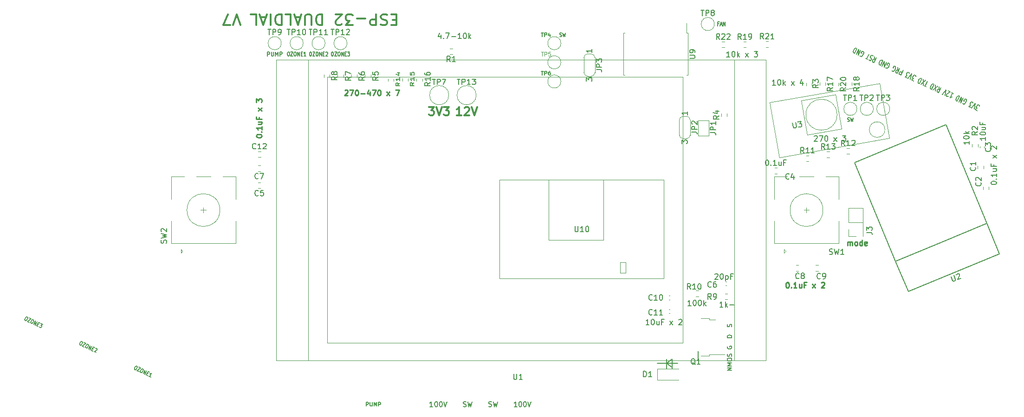
<source format=gbr>
G04 #@! TF.GenerationSoftware,KiCad,Pcbnew,5.1.9-73d0e3b20d~88~ubuntu20.04.1*
G04 #@! TF.CreationDate,2021-07-26T19:08:20+09:00*
G04 #@! TF.ProjectId,ESP32DUALDIAL,45535033-3244-4554-914c-4449414c2e6b,rev?*
G04 #@! TF.SameCoordinates,Original*
G04 #@! TF.FileFunction,Legend,Top*
G04 #@! TF.FilePolarity,Positive*
%FSLAX46Y46*%
G04 Gerber Fmt 4.6, Leading zero omitted, Abs format (unit mm)*
G04 Created by KiCad (PCBNEW 5.1.9-73d0e3b20d~88~ubuntu20.04.1) date 2021-07-26 19:08:20*
%MOMM*%
%LPD*%
G01*
G04 APERTURE LIST*
%ADD10C,0.175000*%
%ADD11C,0.150000*%
%ADD12C,0.300000*%
%ADD13C,0.250000*%
%ADD14C,0.177500*%
%ADD15C,0.200000*%
%ADD16C,0.120000*%
%ADD17C,0.125000*%
G04 APERTURE END LIST*
D10*
X101842857Y-145907142D02*
X101328571Y-145907142D01*
X101585714Y-145907142D02*
X101585714Y-145007142D01*
X101500000Y-145135714D01*
X101414285Y-145221428D01*
X101328571Y-145264285D01*
X102400000Y-145007142D02*
X102485714Y-145007142D01*
X102571428Y-145050000D01*
X102614285Y-145092857D01*
X102657142Y-145178571D01*
X102700000Y-145350000D01*
X102700000Y-145564285D01*
X102657142Y-145735714D01*
X102614285Y-145821428D01*
X102571428Y-145864285D01*
X102485714Y-145907142D01*
X102400000Y-145907142D01*
X102314285Y-145864285D01*
X102271428Y-145821428D01*
X102228571Y-145735714D01*
X102185714Y-145564285D01*
X102185714Y-145350000D01*
X102228571Y-145178571D01*
X102271428Y-145092857D01*
X102314285Y-145050000D01*
X102400000Y-145007142D01*
X103257142Y-145007142D02*
X103342857Y-145007142D01*
X103428571Y-145050000D01*
X103471428Y-145092857D01*
X103514285Y-145178571D01*
X103557142Y-145350000D01*
X103557142Y-145564285D01*
X103514285Y-145735714D01*
X103471428Y-145821428D01*
X103428571Y-145864285D01*
X103342857Y-145907142D01*
X103257142Y-145907142D01*
X103171428Y-145864285D01*
X103128571Y-145821428D01*
X103085714Y-145735714D01*
X103042857Y-145564285D01*
X103042857Y-145350000D01*
X103085714Y-145178571D01*
X103128571Y-145092857D01*
X103171428Y-145050000D01*
X103257142Y-145007142D01*
X103814285Y-145007142D02*
X104114285Y-145907142D01*
X104414285Y-145007142D01*
X107414285Y-145864285D02*
X107542857Y-145907142D01*
X107757142Y-145907142D01*
X107842857Y-145864285D01*
X107885714Y-145821428D01*
X107928571Y-145735714D01*
X107928571Y-145650000D01*
X107885714Y-145564285D01*
X107842857Y-145521428D01*
X107757142Y-145478571D01*
X107585714Y-145435714D01*
X107500000Y-145392857D01*
X107457142Y-145350000D01*
X107414285Y-145264285D01*
X107414285Y-145178571D01*
X107457142Y-145092857D01*
X107500000Y-145050000D01*
X107585714Y-145007142D01*
X107800000Y-145007142D01*
X107928571Y-145050000D01*
X108228571Y-145007142D02*
X108442857Y-145907142D01*
X108614285Y-145264285D01*
X108785714Y-145907142D01*
X109000000Y-145007142D01*
X112042857Y-145864285D02*
X112171428Y-145907142D01*
X112385714Y-145907142D01*
X112471428Y-145864285D01*
X112514285Y-145821428D01*
X112557142Y-145735714D01*
X112557142Y-145650000D01*
X112514285Y-145564285D01*
X112471428Y-145521428D01*
X112385714Y-145478571D01*
X112214285Y-145435714D01*
X112128571Y-145392857D01*
X112085714Y-145350000D01*
X112042857Y-145264285D01*
X112042857Y-145178571D01*
X112085714Y-145092857D01*
X112128571Y-145050000D01*
X112214285Y-145007142D01*
X112428571Y-145007142D01*
X112557142Y-145050000D01*
X112857142Y-145007142D02*
X113071428Y-145907142D01*
X113242857Y-145264285D01*
X113414285Y-145907142D01*
X113628571Y-145007142D01*
X117185714Y-145907142D02*
X116671428Y-145907142D01*
X116928571Y-145907142D02*
X116928571Y-145007142D01*
X116842857Y-145135714D01*
X116757142Y-145221428D01*
X116671428Y-145264285D01*
X117742857Y-145007142D02*
X117828571Y-145007142D01*
X117914285Y-145050000D01*
X117957142Y-145092857D01*
X117999999Y-145178571D01*
X118042857Y-145350000D01*
X118042857Y-145564285D01*
X117999999Y-145735714D01*
X117957142Y-145821428D01*
X117914285Y-145864285D01*
X117828571Y-145907142D01*
X117742857Y-145907142D01*
X117657142Y-145864285D01*
X117614285Y-145821428D01*
X117571428Y-145735714D01*
X117528571Y-145564285D01*
X117528571Y-145350000D01*
X117571428Y-145178571D01*
X117614285Y-145092857D01*
X117657142Y-145050000D01*
X117742857Y-145007142D01*
X118600000Y-145007142D02*
X118685714Y-145007142D01*
X118771428Y-145050000D01*
X118814285Y-145092857D01*
X118857142Y-145178571D01*
X118900000Y-145350000D01*
X118900000Y-145564285D01*
X118857142Y-145735714D01*
X118814285Y-145821428D01*
X118771428Y-145864285D01*
X118685714Y-145907142D01*
X118600000Y-145907142D01*
X118514285Y-145864285D01*
X118471428Y-145821428D01*
X118428571Y-145735714D01*
X118385714Y-145564285D01*
X118385714Y-145350000D01*
X118428571Y-145178571D01*
X118471428Y-145092857D01*
X118514285Y-145050000D01*
X118600000Y-145007142D01*
X119157142Y-145007142D02*
X119457142Y-145907142D01*
X119757142Y-145007142D01*
X89700000Y-145816666D02*
X89700000Y-145116666D01*
X89966666Y-145116666D01*
X90033333Y-145150000D01*
X90066666Y-145183333D01*
X90100000Y-145250000D01*
X90100000Y-145350000D01*
X90066666Y-145416666D01*
X90033333Y-145450000D01*
X89966666Y-145483333D01*
X89700000Y-145483333D01*
X90400000Y-145116666D02*
X90400000Y-145683333D01*
X90433333Y-145750000D01*
X90466666Y-145783333D01*
X90533333Y-145816666D01*
X90666666Y-145816666D01*
X90733333Y-145783333D01*
X90766666Y-145750000D01*
X90800000Y-145683333D01*
X90800000Y-145116666D01*
X91133333Y-145816666D02*
X91133333Y-145116666D01*
X91366666Y-145616666D01*
X91600000Y-145116666D01*
X91600000Y-145816666D01*
X91933333Y-145816666D02*
X91933333Y-145116666D01*
X92200000Y-145116666D01*
X92266666Y-145150000D01*
X92300000Y-145183333D01*
X92333333Y-145250000D01*
X92333333Y-145350000D01*
X92300000Y-145416666D01*
X92266666Y-145450000D01*
X92200000Y-145483333D01*
X91933333Y-145483333D01*
D11*
X47776647Y-138506579D02*
X47880225Y-138554879D01*
X47917927Y-138609238D01*
X47941541Y-138693809D01*
X47911087Y-138826724D01*
X47812476Y-139038196D01*
X47730232Y-139146962D01*
X47650269Y-139183233D01*
X47584392Y-139189294D01*
X47480814Y-139140995D01*
X47443112Y-139086635D01*
X47419498Y-139002065D01*
X47449953Y-138869149D01*
X47548564Y-138657677D01*
X47630807Y-138548911D01*
X47710771Y-138512640D01*
X47776647Y-138506579D01*
X48190959Y-138699776D02*
X48553482Y-138868824D01*
X47895126Y-139334192D01*
X48257649Y-139503239D01*
X48864216Y-139013721D02*
X48967794Y-139062020D01*
X49005496Y-139116380D01*
X49029111Y-139200950D01*
X48998656Y-139333866D01*
X48900045Y-139545338D01*
X48817801Y-139654104D01*
X48737838Y-139690375D01*
X48671962Y-139696436D01*
X48568384Y-139648137D01*
X48530682Y-139593777D01*
X48507067Y-139509207D01*
X48537522Y-139376291D01*
X48636133Y-139164819D01*
X48718376Y-139056053D01*
X48798340Y-139019782D01*
X48864216Y-139013721D01*
X49034485Y-139865483D02*
X49330317Y-139231068D01*
X49345219Y-140010381D01*
X49641052Y-139375965D01*
X49759124Y-139798816D02*
X49940385Y-139883340D01*
X49863109Y-140251877D02*
X49604164Y-140131129D01*
X49899997Y-139496714D01*
X50158942Y-139617462D01*
X50380999Y-140493373D02*
X50070265Y-140348476D01*
X50225632Y-140420924D02*
X50521465Y-139786509D01*
X50427414Y-139852990D01*
X50347450Y-139889261D01*
X50281574Y-139895322D01*
X37776647Y-134006579D02*
X37880225Y-134054879D01*
X37917927Y-134109238D01*
X37941541Y-134193809D01*
X37911087Y-134326724D01*
X37812476Y-134538196D01*
X37730232Y-134646962D01*
X37650269Y-134683233D01*
X37584392Y-134689294D01*
X37480814Y-134640995D01*
X37443112Y-134586635D01*
X37419498Y-134502065D01*
X37449953Y-134369149D01*
X37548564Y-134157677D01*
X37630807Y-134048911D01*
X37710771Y-134012640D01*
X37776647Y-134006579D01*
X38190959Y-134199776D02*
X38553482Y-134368824D01*
X37895126Y-134834192D01*
X38257649Y-135003239D01*
X38864216Y-134513721D02*
X38967794Y-134562020D01*
X39005496Y-134616380D01*
X39029111Y-134700950D01*
X38998656Y-134833866D01*
X38900045Y-135045338D01*
X38817801Y-135154104D01*
X38737838Y-135190375D01*
X38671962Y-135196436D01*
X38568384Y-135148137D01*
X38530682Y-135093777D01*
X38507067Y-135009207D01*
X38537522Y-134876291D01*
X38636133Y-134664819D01*
X38718376Y-134556053D01*
X38798340Y-134519782D01*
X38864216Y-134513721D01*
X39034485Y-135365483D02*
X39330317Y-134731068D01*
X39345219Y-135510381D01*
X39641052Y-134875965D01*
X39759124Y-135298816D02*
X39940385Y-135383340D01*
X39863109Y-135751877D02*
X39604164Y-135631129D01*
X39899997Y-134996714D01*
X40158942Y-135117462D01*
X40337923Y-135274481D02*
X40377905Y-135256345D01*
X40443781Y-135250284D01*
X40573254Y-135310659D01*
X40610956Y-135365018D01*
X40622763Y-135407303D01*
X40620483Y-135479799D01*
X40592308Y-135540219D01*
X40524152Y-135618775D01*
X40044371Y-135836401D01*
X40380999Y-135993373D01*
X27776647Y-129506579D02*
X27880225Y-129554879D01*
X27917927Y-129609238D01*
X27941541Y-129693809D01*
X27911087Y-129826724D01*
X27812476Y-130038196D01*
X27730232Y-130146962D01*
X27650269Y-130183233D01*
X27584392Y-130189294D01*
X27480814Y-130140995D01*
X27443112Y-130086635D01*
X27419498Y-130002065D01*
X27449953Y-129869149D01*
X27548564Y-129657677D01*
X27630807Y-129548911D01*
X27710771Y-129512640D01*
X27776647Y-129506579D01*
X28190959Y-129699776D02*
X28553482Y-129868824D01*
X27895126Y-130334192D01*
X28257649Y-130503239D01*
X28864216Y-130013721D02*
X28967794Y-130062020D01*
X29005496Y-130116380D01*
X29029111Y-130200950D01*
X28998656Y-130333866D01*
X28900045Y-130545338D01*
X28817801Y-130654104D01*
X28737838Y-130690375D01*
X28671962Y-130696436D01*
X28568384Y-130648137D01*
X28530682Y-130593777D01*
X28507067Y-130509207D01*
X28537522Y-130376291D01*
X28636133Y-130164819D01*
X28718376Y-130056053D01*
X28798340Y-130019782D01*
X28864216Y-130013721D01*
X29034485Y-130865483D02*
X29330317Y-130231068D01*
X29345219Y-131010381D01*
X29641052Y-130375965D01*
X29759124Y-130798816D02*
X29940385Y-130883340D01*
X29863109Y-131251877D02*
X29604164Y-131131129D01*
X29899997Y-130496714D01*
X30158942Y-130617462D01*
X30340203Y-130701985D02*
X30676832Y-130858958D01*
X30382872Y-131016116D01*
X30460556Y-131052341D01*
X30498257Y-131106700D01*
X30510065Y-131148986D01*
X30507785Y-131221481D01*
X30437348Y-131372532D01*
X30383279Y-131420878D01*
X30343297Y-131439013D01*
X30277421Y-131445074D01*
X30122054Y-131372625D01*
X30084352Y-131318265D01*
X30072545Y-131275980D01*
X154014285Y-75950000D02*
X153814285Y-75950000D01*
X153814285Y-76316666D02*
X153814285Y-75616666D01*
X154100000Y-75616666D01*
X154300000Y-76116666D02*
X154585714Y-76116666D01*
X154242857Y-76316666D02*
X154442857Y-75616666D01*
X154642857Y-76316666D01*
X154842857Y-76316666D02*
X154842857Y-75616666D01*
X155185714Y-76316666D01*
X155185714Y-75616666D01*
X177485714Y-93783333D02*
X177571428Y-93816666D01*
X177714285Y-93816666D01*
X177771428Y-93783333D01*
X177800000Y-93750000D01*
X177828571Y-93683333D01*
X177828571Y-93616666D01*
X177800000Y-93550000D01*
X177771428Y-93516666D01*
X177714285Y-93483333D01*
X177600000Y-93450000D01*
X177542857Y-93416666D01*
X177514285Y-93383333D01*
X177485714Y-93316666D01*
X177485714Y-93250000D01*
X177514285Y-93183333D01*
X177542857Y-93150000D01*
X177600000Y-93116666D01*
X177742857Y-93116666D01*
X177828571Y-93150000D01*
X178028571Y-93116666D02*
X178171428Y-93816666D01*
X178285714Y-93316666D01*
X178400000Y-93816666D01*
X178542857Y-93116666D01*
X124985714Y-78283333D02*
X125071428Y-78316666D01*
X125214285Y-78316666D01*
X125271428Y-78283333D01*
X125300000Y-78250000D01*
X125328571Y-78183333D01*
X125328571Y-78116666D01*
X125300000Y-78050000D01*
X125271428Y-78016666D01*
X125214285Y-77983333D01*
X125100000Y-77950000D01*
X125042857Y-77916666D01*
X125014285Y-77883333D01*
X124985714Y-77816666D01*
X124985714Y-77750000D01*
X125014285Y-77683333D01*
X125042857Y-77650000D01*
X125100000Y-77616666D01*
X125242857Y-77616666D01*
X125328571Y-77650000D01*
X125528571Y-77616666D02*
X125671428Y-78316666D01*
X125785714Y-77816666D01*
X125900000Y-78316666D01*
X126042857Y-77616666D01*
X83471428Y-81116666D02*
X83585714Y-81116666D01*
X83642857Y-81150000D01*
X83700000Y-81216666D01*
X83728571Y-81350000D01*
X83728571Y-81583333D01*
X83700000Y-81716666D01*
X83642857Y-81783333D01*
X83585714Y-81816666D01*
X83471428Y-81816666D01*
X83414285Y-81783333D01*
X83357142Y-81716666D01*
X83328571Y-81583333D01*
X83328571Y-81350000D01*
X83357142Y-81216666D01*
X83414285Y-81150000D01*
X83471428Y-81116666D01*
X83928571Y-81116666D02*
X84328571Y-81116666D01*
X83928571Y-81816666D01*
X84328571Y-81816666D01*
X84671428Y-81116666D02*
X84785714Y-81116666D01*
X84842857Y-81150000D01*
X84900000Y-81216666D01*
X84928571Y-81350000D01*
X84928571Y-81583333D01*
X84900000Y-81716666D01*
X84842857Y-81783333D01*
X84785714Y-81816666D01*
X84671428Y-81816666D01*
X84614285Y-81783333D01*
X84557142Y-81716666D01*
X84528571Y-81583333D01*
X84528571Y-81350000D01*
X84557142Y-81216666D01*
X84614285Y-81150000D01*
X84671428Y-81116666D01*
X85185714Y-81816666D02*
X85185714Y-81116666D01*
X85528571Y-81816666D01*
X85528571Y-81116666D01*
X85814285Y-81450000D02*
X86014285Y-81450000D01*
X86100000Y-81816666D02*
X85814285Y-81816666D01*
X85814285Y-81116666D01*
X86100000Y-81116666D01*
X86300000Y-81116666D02*
X86671428Y-81116666D01*
X86471428Y-81383333D01*
X86557142Y-81383333D01*
X86614285Y-81416666D01*
X86642857Y-81450000D01*
X86671428Y-81516666D01*
X86671428Y-81683333D01*
X86642857Y-81750000D01*
X86614285Y-81783333D01*
X86557142Y-81816666D01*
X86385714Y-81816666D01*
X86328571Y-81783333D01*
X86300000Y-81750000D01*
X79471428Y-81116666D02*
X79585714Y-81116666D01*
X79642857Y-81150000D01*
X79700000Y-81216666D01*
X79728571Y-81350000D01*
X79728571Y-81583333D01*
X79700000Y-81716666D01*
X79642857Y-81783333D01*
X79585714Y-81816666D01*
X79471428Y-81816666D01*
X79414285Y-81783333D01*
X79357142Y-81716666D01*
X79328571Y-81583333D01*
X79328571Y-81350000D01*
X79357142Y-81216666D01*
X79414285Y-81150000D01*
X79471428Y-81116666D01*
X79928571Y-81116666D02*
X80328571Y-81116666D01*
X79928571Y-81816666D01*
X80328571Y-81816666D01*
X80671428Y-81116666D02*
X80785714Y-81116666D01*
X80842857Y-81150000D01*
X80900000Y-81216666D01*
X80928571Y-81350000D01*
X80928571Y-81583333D01*
X80900000Y-81716666D01*
X80842857Y-81783333D01*
X80785714Y-81816666D01*
X80671428Y-81816666D01*
X80614285Y-81783333D01*
X80557142Y-81716666D01*
X80528571Y-81583333D01*
X80528571Y-81350000D01*
X80557142Y-81216666D01*
X80614285Y-81150000D01*
X80671428Y-81116666D01*
X81185714Y-81816666D02*
X81185714Y-81116666D01*
X81528571Y-81816666D01*
X81528571Y-81116666D01*
X81814285Y-81450000D02*
X82014285Y-81450000D01*
X82100000Y-81816666D02*
X81814285Y-81816666D01*
X81814285Y-81116666D01*
X82100000Y-81116666D01*
X82328571Y-81183333D02*
X82357142Y-81150000D01*
X82414285Y-81116666D01*
X82557142Y-81116666D01*
X82614285Y-81150000D01*
X82642857Y-81183333D01*
X82671428Y-81250000D01*
X82671428Y-81316666D01*
X82642857Y-81416666D01*
X82300000Y-81816666D01*
X82671428Y-81816666D01*
X75471428Y-81116666D02*
X75585714Y-81116666D01*
X75642857Y-81150000D01*
X75700000Y-81216666D01*
X75728571Y-81350000D01*
X75728571Y-81583333D01*
X75700000Y-81716666D01*
X75642857Y-81783333D01*
X75585714Y-81816666D01*
X75471428Y-81816666D01*
X75414285Y-81783333D01*
X75357142Y-81716666D01*
X75328571Y-81583333D01*
X75328571Y-81350000D01*
X75357142Y-81216666D01*
X75414285Y-81150000D01*
X75471428Y-81116666D01*
X75928571Y-81116666D02*
X76328571Y-81116666D01*
X75928571Y-81816666D01*
X76328571Y-81816666D01*
X76671428Y-81116666D02*
X76785714Y-81116666D01*
X76842857Y-81150000D01*
X76900000Y-81216666D01*
X76928571Y-81350000D01*
X76928571Y-81583333D01*
X76900000Y-81716666D01*
X76842857Y-81783333D01*
X76785714Y-81816666D01*
X76671428Y-81816666D01*
X76614285Y-81783333D01*
X76557142Y-81716666D01*
X76528571Y-81583333D01*
X76528571Y-81350000D01*
X76557142Y-81216666D01*
X76614285Y-81150000D01*
X76671428Y-81116666D01*
X77185714Y-81816666D02*
X77185714Y-81116666D01*
X77528571Y-81816666D01*
X77528571Y-81116666D01*
X77814285Y-81450000D02*
X78014285Y-81450000D01*
X78100000Y-81816666D02*
X77814285Y-81816666D01*
X77814285Y-81116666D01*
X78100000Y-81116666D01*
X78671428Y-81816666D02*
X78328571Y-81816666D01*
X78500000Y-81816666D02*
X78500000Y-81116666D01*
X78442857Y-81216666D01*
X78385714Y-81283333D01*
X78328571Y-81316666D01*
D10*
X71700000Y-81816666D02*
X71700000Y-81116666D01*
X71966666Y-81116666D01*
X72033333Y-81150000D01*
X72066666Y-81183333D01*
X72100000Y-81250000D01*
X72100000Y-81350000D01*
X72066666Y-81416666D01*
X72033333Y-81450000D01*
X71966666Y-81483333D01*
X71700000Y-81483333D01*
X72400000Y-81116666D02*
X72400000Y-81683333D01*
X72433333Y-81750000D01*
X72466666Y-81783333D01*
X72533333Y-81816666D01*
X72666666Y-81816666D01*
X72733333Y-81783333D01*
X72766666Y-81750000D01*
X72800000Y-81683333D01*
X72800000Y-81116666D01*
X73133333Y-81816666D02*
X73133333Y-81116666D01*
X73366666Y-81616666D01*
X73600000Y-81116666D01*
X73600000Y-81816666D01*
X73933333Y-81816666D02*
X73933333Y-81116666D01*
X74200000Y-81116666D01*
X74266666Y-81150000D01*
X74300000Y-81183333D01*
X74333333Y-81250000D01*
X74333333Y-81350000D01*
X74300000Y-81416666D01*
X74266666Y-81450000D01*
X74200000Y-81483333D01*
X73933333Y-81483333D01*
D11*
X144500000Y-137250000D02*
X144500000Y-139000000D01*
D12*
X107071428Y-92678571D02*
X106214285Y-92678571D01*
X106642857Y-92678571D02*
X106642857Y-91178571D01*
X106500000Y-91392857D01*
X106357142Y-91535714D01*
X106214285Y-91607142D01*
X107642857Y-91321428D02*
X107714285Y-91250000D01*
X107857142Y-91178571D01*
X108214285Y-91178571D01*
X108357142Y-91250000D01*
X108428571Y-91321428D01*
X108500000Y-91464285D01*
X108500000Y-91607142D01*
X108428571Y-91821428D01*
X107571428Y-92678571D01*
X108500000Y-92678571D01*
X108928571Y-91178571D02*
X109428571Y-92678571D01*
X109928571Y-91178571D01*
X101142857Y-91178571D02*
X102071428Y-91178571D01*
X101571428Y-91750000D01*
X101785714Y-91750000D01*
X101928571Y-91821428D01*
X102000000Y-91892857D01*
X102071428Y-92035714D01*
X102071428Y-92392857D01*
X102000000Y-92535714D01*
X101928571Y-92607142D01*
X101785714Y-92678571D01*
X101357142Y-92678571D01*
X101214285Y-92607142D01*
X101142857Y-92535714D01*
X102500000Y-91178571D02*
X103000000Y-92678571D01*
X103500000Y-91178571D01*
X103857142Y-91178571D02*
X104785714Y-91178571D01*
X104285714Y-91750000D01*
X104500000Y-91750000D01*
X104642857Y-91821428D01*
X104714285Y-91892857D01*
X104785714Y-92035714D01*
X104785714Y-92392857D01*
X104714285Y-92535714D01*
X104642857Y-92607142D01*
X104500000Y-92678571D01*
X104071428Y-92678571D01*
X103928571Y-92607142D01*
X103857142Y-92535714D01*
D13*
X177488095Y-116452380D02*
X177488095Y-115785714D01*
X177488095Y-115880952D02*
X177535714Y-115833333D01*
X177630952Y-115785714D01*
X177773809Y-115785714D01*
X177869047Y-115833333D01*
X177916666Y-115928571D01*
X177916666Y-116452380D01*
X177916666Y-115928571D02*
X177964285Y-115833333D01*
X178059523Y-115785714D01*
X178202380Y-115785714D01*
X178297619Y-115833333D01*
X178345238Y-115928571D01*
X178345238Y-116452380D01*
X178964285Y-116452380D02*
X178869047Y-116404761D01*
X178821428Y-116357142D01*
X178773809Y-116261904D01*
X178773809Y-115976190D01*
X178821428Y-115880952D01*
X178869047Y-115833333D01*
X178964285Y-115785714D01*
X179107142Y-115785714D01*
X179202380Y-115833333D01*
X179250000Y-115880952D01*
X179297619Y-115976190D01*
X179297619Y-116261904D01*
X179250000Y-116357142D01*
X179202380Y-116404761D01*
X179107142Y-116452380D01*
X178964285Y-116452380D01*
X180154761Y-116452380D02*
X180154761Y-115452380D01*
X180154761Y-116404761D02*
X180059523Y-116452380D01*
X179869047Y-116452380D01*
X179773809Y-116404761D01*
X179726190Y-116357142D01*
X179678571Y-116261904D01*
X179678571Y-115976190D01*
X179726190Y-115880952D01*
X179773809Y-115833333D01*
X179869047Y-115785714D01*
X180059523Y-115785714D01*
X180154761Y-115833333D01*
X181011904Y-116404761D02*
X180916666Y-116452380D01*
X180726190Y-116452380D01*
X180630952Y-116404761D01*
X180583333Y-116309523D01*
X180583333Y-115928571D01*
X180630952Y-115833333D01*
X180726190Y-115785714D01*
X180916666Y-115785714D01*
X181011904Y-115833333D01*
X181059523Y-115928571D01*
X181059523Y-116023809D01*
X180583333Y-116119047D01*
D14*
X201152007Y-91804497D02*
X200753663Y-91618746D01*
X201129154Y-91373506D01*
X201037228Y-91330640D01*
X200996069Y-91258906D01*
X200985552Y-91201459D01*
X200995160Y-91100856D01*
X201095783Y-90885068D01*
X201166674Y-90813042D01*
X201217441Y-90784173D01*
X201298849Y-90769592D01*
X201482700Y-90855324D01*
X201523859Y-90927058D01*
X201534376Y-90984504D01*
X200569812Y-91533015D02*
X200777938Y-90526688D01*
X200140827Y-91332976D01*
X199987618Y-91261533D02*
X199589274Y-91075782D01*
X199964764Y-90830542D01*
X199872838Y-90787676D01*
X199831679Y-90715942D01*
X199821162Y-90658496D01*
X199830770Y-90557892D01*
X199931393Y-90342105D01*
X200002284Y-90270078D01*
X200053051Y-90241209D01*
X200134459Y-90226629D01*
X200318310Y-90312360D01*
X200359469Y-90384094D01*
X200369986Y-90441540D01*
X198506292Y-90518238D02*
X198547451Y-90589973D01*
X198639377Y-90632838D01*
X198751427Y-90632546D01*
X198852960Y-90574808D01*
X198923851Y-90502782D01*
X199034992Y-90344440D01*
X199095366Y-90214968D01*
X199145223Y-90028049D01*
X199154830Y-89927445D01*
X199133796Y-89812553D01*
X199061995Y-89726530D01*
X199000711Y-89697953D01*
X198888661Y-89698245D01*
X198837895Y-89727114D01*
X198697022Y-90029217D01*
X198819589Y-90086371D01*
X198602368Y-89512202D02*
X198179749Y-90418510D01*
X198234666Y-89340740D01*
X197812047Y-90247048D01*
X197928247Y-89197855D02*
X197505629Y-90104163D01*
X197352420Y-90032720D01*
X197280619Y-89946697D01*
X197259585Y-89831805D01*
X197269192Y-89731201D01*
X197319049Y-89544283D01*
X197379423Y-89414810D01*
X197490564Y-89256469D01*
X197561455Y-89184442D01*
X197662988Y-89126704D01*
X197775038Y-89126412D01*
X197928247Y-89197855D01*
X196457439Y-88512006D02*
X196825141Y-88683468D01*
X196641290Y-88597737D02*
X196218672Y-89504045D01*
X196340330Y-89403149D01*
X196441863Y-89345411D01*
X196523271Y-89330831D01*
X195829936Y-89217690D02*
X195779169Y-89246559D01*
X195697761Y-89261140D01*
X195544552Y-89189697D01*
X195503393Y-89117963D01*
X195492875Y-89060517D01*
X195502483Y-88959913D01*
X195542732Y-88873598D01*
X195633748Y-88758414D01*
X196242946Y-88411986D01*
X195844602Y-88226235D01*
X195238133Y-89046812D02*
X195446259Y-88040485D01*
X194809147Y-88846773D01*
X194159302Y-87440367D02*
X194172548Y-87971962D01*
X194527004Y-87611829D02*
X194104385Y-88518137D01*
X193859251Y-88403829D01*
X193818092Y-88332094D01*
X193807574Y-88274648D01*
X193817182Y-88174044D01*
X193877556Y-88044572D01*
X193948447Y-87972545D01*
X193999214Y-87943676D01*
X194080622Y-87929096D01*
X194325757Y-88043404D01*
X193522190Y-88246655D02*
X193515823Y-87140308D01*
X193093205Y-88046616D02*
X193944809Y-87340347D01*
X193270688Y-87026000D02*
X192848070Y-87932307D01*
X192694861Y-87860865D01*
X192623060Y-87774842D01*
X192602026Y-87659950D01*
X192611633Y-87559346D01*
X192661490Y-87372427D01*
X192721864Y-87242955D01*
X192833005Y-87084613D01*
X192903896Y-87012587D01*
X193005429Y-86954849D01*
X193117479Y-86954557D01*
X193270688Y-87026000D01*
X191806248Y-87446498D02*
X191438546Y-87275035D01*
X192045015Y-86454459D02*
X191622397Y-87360766D01*
X191285337Y-87203593D02*
X191278969Y-86097246D01*
X190856351Y-87003553D02*
X191707955Y-86297285D01*
X191033834Y-85982937D02*
X190611216Y-86889245D01*
X190458007Y-86817803D01*
X190386206Y-86731780D01*
X190365172Y-86616888D01*
X190374779Y-86516284D01*
X190424636Y-86329365D01*
X190485010Y-86199893D01*
X190596151Y-86041551D01*
X190667042Y-85969525D01*
X190768575Y-85911787D01*
X190880625Y-85911495D01*
X191033834Y-85982937D01*
X189538752Y-86389147D02*
X189140408Y-86203396D01*
X189515898Y-85958156D01*
X189423973Y-85915290D01*
X189382814Y-85843556D01*
X189372297Y-85786110D01*
X189381904Y-85685506D01*
X189482528Y-85469718D01*
X189553419Y-85397692D01*
X189604185Y-85368823D01*
X189685594Y-85354243D01*
X189869445Y-85439974D01*
X189910604Y-85511708D01*
X189921121Y-85569154D01*
X188956557Y-86117665D02*
X189164682Y-85111338D01*
X188527571Y-85917626D01*
X188374362Y-85846183D02*
X187976018Y-85660432D01*
X188351509Y-85415192D01*
X188259583Y-85372326D01*
X188218424Y-85300592D01*
X188207907Y-85243146D01*
X188217515Y-85142542D01*
X188318138Y-84926755D01*
X188389029Y-84854728D01*
X188439796Y-84825859D01*
X188521204Y-84811279D01*
X188705055Y-84897010D01*
X188746214Y-84968744D01*
X188756731Y-85026190D01*
X187632591Y-84396912D02*
X187209972Y-85303219D01*
X186964838Y-85188911D01*
X186923679Y-85117177D01*
X186913162Y-85059731D01*
X186922769Y-84959127D01*
X186983143Y-84829654D01*
X187054034Y-84757628D01*
X187104801Y-84728759D01*
X187186209Y-84714178D01*
X187431344Y-84828487D01*
X186621410Y-83925390D02*
X186634656Y-84456985D01*
X186989112Y-84096853D02*
X186566494Y-85003160D01*
X186321359Y-84888852D01*
X186280200Y-84817118D01*
X186269683Y-84759672D01*
X186279291Y-84659068D01*
X186339665Y-84529595D01*
X186410556Y-84457569D01*
X186461322Y-84428700D01*
X186542731Y-84414120D01*
X186787865Y-84528428D01*
X185606080Y-84502770D02*
X185647239Y-84574505D01*
X185739164Y-84617370D01*
X185851215Y-84617078D01*
X185952748Y-84559340D01*
X186023639Y-84487314D01*
X186134779Y-84328972D01*
X186195153Y-84199500D01*
X186245010Y-84012581D01*
X186254618Y-83911978D01*
X186233584Y-83797086D01*
X186161783Y-83711062D01*
X186100499Y-83682485D01*
X185988449Y-83682777D01*
X185937682Y-83711646D01*
X185796810Y-84013749D01*
X185919377Y-84070903D01*
X184472332Y-83974095D02*
X184513491Y-84045829D01*
X184605417Y-84088695D01*
X184717467Y-84088403D01*
X184819000Y-84030665D01*
X184889891Y-83958638D01*
X185001031Y-83800297D01*
X185061406Y-83670824D01*
X185111262Y-83483906D01*
X185120870Y-83383302D01*
X185099836Y-83268410D01*
X185028035Y-83182387D01*
X184966751Y-83153810D01*
X184854701Y-83154102D01*
X184803934Y-83182971D01*
X184663062Y-83485074D01*
X184785629Y-83542228D01*
X184568407Y-82968059D02*
X184145789Y-83874367D01*
X184200705Y-82796597D01*
X183778087Y-83702905D01*
X183894287Y-82653712D02*
X183471669Y-83560020D01*
X183318459Y-83488577D01*
X183246659Y-83402554D01*
X183225624Y-83287662D01*
X183235232Y-83187058D01*
X183285089Y-83000140D01*
X183345463Y-82870667D01*
X183456603Y-82712326D01*
X183527495Y-82640299D01*
X183629028Y-82582561D01*
X183741078Y-82582269D01*
X183894287Y-82653712D01*
X182392837Y-81953574D02*
X182406083Y-82485169D01*
X182760539Y-82125036D02*
X182337921Y-83031344D01*
X182092786Y-82917036D01*
X182051627Y-82845302D01*
X182041110Y-82787856D01*
X182050717Y-82687252D01*
X182111092Y-82557779D01*
X182181983Y-82485753D01*
X182232749Y-82456884D01*
X182314158Y-82442303D01*
X182559292Y-82556612D01*
X182127578Y-81882424D02*
X182055777Y-81796400D01*
X181902568Y-81724958D01*
X181821159Y-81739538D01*
X181770393Y-81768407D01*
X181699502Y-81840434D01*
X181659252Y-81926749D01*
X181649645Y-82027352D01*
X181660162Y-82084798D01*
X181701321Y-82156533D01*
X181803764Y-82256845D01*
X181844923Y-82328579D01*
X181855440Y-82386025D01*
X181845832Y-82486629D01*
X181805583Y-82572944D01*
X181734692Y-82644970D01*
X181683925Y-82673839D01*
X181602517Y-82688420D01*
X181449308Y-82616977D01*
X181377507Y-82530954D01*
X181173531Y-82488380D02*
X180805829Y-82316918D01*
X181412298Y-81496342D02*
X180989680Y-82402649D01*
X179784131Y-81787951D02*
X179825290Y-81859685D01*
X179917216Y-81902551D01*
X180029266Y-81902259D01*
X180130799Y-81844521D01*
X180201690Y-81772495D01*
X180312831Y-81614153D01*
X180373205Y-81484681D01*
X180423062Y-81297762D01*
X180432669Y-81197158D01*
X180411635Y-81082266D01*
X180339834Y-80996243D01*
X180278550Y-80967666D01*
X180166500Y-80967958D01*
X180115734Y-80996827D01*
X179974861Y-81298930D01*
X180097428Y-81356084D01*
X179880207Y-80781915D02*
X179457588Y-81688223D01*
X179512505Y-80610453D01*
X179089886Y-81516761D01*
X179206086Y-80467568D02*
X178783468Y-81373876D01*
X178630259Y-81302433D01*
X178558458Y-81216410D01*
X178537424Y-81101518D01*
X178547031Y-81000914D01*
X178596888Y-80813996D01*
X178657262Y-80684523D01*
X178768403Y-80526182D01*
X178839294Y-80454155D01*
X178940827Y-80396417D01*
X179052877Y-80396125D01*
X179206086Y-80467568D01*
D12*
X95214285Y-75242857D02*
X94547619Y-75242857D01*
X94261904Y-74195238D02*
X95214285Y-74195238D01*
X95214285Y-76195238D01*
X94261904Y-76195238D01*
X93500000Y-74290476D02*
X93214285Y-74195238D01*
X92738095Y-74195238D01*
X92547619Y-74290476D01*
X92452380Y-74385714D01*
X92357142Y-74576190D01*
X92357142Y-74766666D01*
X92452380Y-74957142D01*
X92547619Y-75052380D01*
X92738095Y-75147619D01*
X93119047Y-75242857D01*
X93309523Y-75338095D01*
X93404761Y-75433333D01*
X93500000Y-75623809D01*
X93500000Y-75814285D01*
X93404761Y-76004761D01*
X93309523Y-76100000D01*
X93119047Y-76195238D01*
X92642857Y-76195238D01*
X92357142Y-76100000D01*
X91500000Y-74195238D02*
X91500000Y-76195238D01*
X90738095Y-76195238D01*
X90547619Y-76100000D01*
X90452380Y-76004761D01*
X90357142Y-75814285D01*
X90357142Y-75528571D01*
X90452380Y-75338095D01*
X90547619Y-75242857D01*
X90738095Y-75147619D01*
X91500000Y-75147619D01*
X89500000Y-74957142D02*
X87976190Y-74957142D01*
X87214285Y-76195238D02*
X85976190Y-76195238D01*
X86642857Y-75433333D01*
X86357142Y-75433333D01*
X86166666Y-75338095D01*
X86071428Y-75242857D01*
X85976190Y-75052380D01*
X85976190Y-74576190D01*
X86071428Y-74385714D01*
X86166666Y-74290476D01*
X86357142Y-74195238D01*
X86928571Y-74195238D01*
X87119047Y-74290476D01*
X87214285Y-74385714D01*
X85214285Y-76004761D02*
X85119047Y-76100000D01*
X84928571Y-76195238D01*
X84452380Y-76195238D01*
X84261904Y-76100000D01*
X84166666Y-76004761D01*
X84071428Y-75814285D01*
X84071428Y-75623809D01*
X84166666Y-75338095D01*
X85309523Y-74195238D01*
X84071428Y-74195238D01*
X81690476Y-74195238D02*
X81690476Y-76195238D01*
X81214285Y-76195238D01*
X80928571Y-76100000D01*
X80738095Y-75909523D01*
X80642857Y-75719047D01*
X80547619Y-75338095D01*
X80547619Y-75052380D01*
X80642857Y-74671428D01*
X80738095Y-74480952D01*
X80928571Y-74290476D01*
X81214285Y-74195238D01*
X81690476Y-74195238D01*
X79690476Y-76195238D02*
X79690476Y-74576190D01*
X79595238Y-74385714D01*
X79500000Y-74290476D01*
X79309523Y-74195238D01*
X78928571Y-74195238D01*
X78738095Y-74290476D01*
X78642857Y-74385714D01*
X78547619Y-74576190D01*
X78547619Y-76195238D01*
X77690476Y-74766666D02*
X76738095Y-74766666D01*
X77880952Y-74195238D02*
X77214285Y-76195238D01*
X76547619Y-74195238D01*
X74928571Y-74195238D02*
X75880952Y-74195238D01*
X75880952Y-76195238D01*
X74261904Y-74195238D02*
X74261904Y-76195238D01*
X73785714Y-76195238D01*
X73500000Y-76100000D01*
X73309523Y-75909523D01*
X73214285Y-75719047D01*
X73119047Y-75338095D01*
X73119047Y-75052380D01*
X73214285Y-74671428D01*
X73309523Y-74480952D01*
X73500000Y-74290476D01*
X73785714Y-74195238D01*
X74261904Y-74195238D01*
X72261904Y-74195238D02*
X72261904Y-76195238D01*
X71404761Y-74766666D02*
X70452380Y-74766666D01*
X71595238Y-74195238D02*
X70928571Y-76195238D01*
X70261904Y-74195238D01*
X68642857Y-74195238D02*
X69595238Y-74195238D01*
X69595238Y-76195238D01*
X66738095Y-76195238D02*
X66071428Y-74195238D01*
X65404761Y-76195238D01*
X64928571Y-76195238D02*
X63595238Y-76195238D01*
X64452380Y-74195238D01*
D11*
X164361904Y-87152380D02*
X163790476Y-87152380D01*
X164076190Y-87152380D02*
X164076190Y-86152380D01*
X163980952Y-86295238D01*
X163885714Y-86390476D01*
X163790476Y-86438095D01*
X164980952Y-86152380D02*
X165076190Y-86152380D01*
X165171428Y-86200000D01*
X165219047Y-86247619D01*
X165266666Y-86342857D01*
X165314285Y-86533333D01*
X165314285Y-86771428D01*
X165266666Y-86961904D01*
X165219047Y-87057142D01*
X165171428Y-87104761D01*
X165076190Y-87152380D01*
X164980952Y-87152380D01*
X164885714Y-87104761D01*
X164838095Y-87057142D01*
X164790476Y-86961904D01*
X164742857Y-86771428D01*
X164742857Y-86533333D01*
X164790476Y-86342857D01*
X164838095Y-86247619D01*
X164885714Y-86200000D01*
X164980952Y-86152380D01*
X165742857Y-87152380D02*
X165742857Y-86152380D01*
X165838095Y-86771428D02*
X166123809Y-87152380D01*
X166123809Y-86485714D02*
X165742857Y-86866666D01*
X167219047Y-87152380D02*
X167742857Y-86485714D01*
X167219047Y-86485714D02*
X167742857Y-87152380D01*
X169314285Y-86485714D02*
X169314285Y-87152380D01*
X169076190Y-86104761D02*
X168838095Y-86819047D01*
X169457142Y-86819047D01*
X156011904Y-82002380D02*
X155440476Y-82002380D01*
X155726190Y-82002380D02*
X155726190Y-81002380D01*
X155630952Y-81145238D01*
X155535714Y-81240476D01*
X155440476Y-81288095D01*
X156630952Y-81002380D02*
X156726190Y-81002380D01*
X156821428Y-81050000D01*
X156869047Y-81097619D01*
X156916666Y-81192857D01*
X156964285Y-81383333D01*
X156964285Y-81621428D01*
X156916666Y-81811904D01*
X156869047Y-81907142D01*
X156821428Y-81954761D01*
X156726190Y-82002380D01*
X156630952Y-82002380D01*
X156535714Y-81954761D01*
X156488095Y-81907142D01*
X156440476Y-81811904D01*
X156392857Y-81621428D01*
X156392857Y-81383333D01*
X156440476Y-81192857D01*
X156488095Y-81097619D01*
X156535714Y-81050000D01*
X156630952Y-81002380D01*
X157392857Y-82002380D02*
X157392857Y-81002380D01*
X157488095Y-81621428D02*
X157773809Y-82002380D01*
X157773809Y-81335714D02*
X157392857Y-81716666D01*
X158869047Y-82002380D02*
X159392857Y-81335714D01*
X158869047Y-81335714D02*
X159392857Y-82002380D01*
X160440476Y-81002380D02*
X161059523Y-81002380D01*
X160726190Y-81383333D01*
X160869047Y-81383333D01*
X160964285Y-81430952D01*
X161011904Y-81478571D01*
X161059523Y-81573809D01*
X161059523Y-81811904D01*
X161011904Y-81907142D01*
X160964285Y-81954761D01*
X160869047Y-82002380D01*
X160583333Y-82002380D01*
X160488095Y-81954761D01*
X160440476Y-81907142D01*
X171419047Y-96497619D02*
X171466666Y-96450000D01*
X171561904Y-96402380D01*
X171800000Y-96402380D01*
X171895238Y-96450000D01*
X171942857Y-96497619D01*
X171990476Y-96592857D01*
X171990476Y-96688095D01*
X171942857Y-96830952D01*
X171371428Y-97402380D01*
X171990476Y-97402380D01*
X172323809Y-96402380D02*
X172990476Y-96402380D01*
X172561904Y-97402380D01*
X173561904Y-96402380D02*
X173657142Y-96402380D01*
X173752380Y-96450000D01*
X173800000Y-96497619D01*
X173847619Y-96592857D01*
X173895238Y-96783333D01*
X173895238Y-97021428D01*
X173847619Y-97211904D01*
X173800000Y-97307142D01*
X173752380Y-97354761D01*
X173657142Y-97402380D01*
X173561904Y-97402380D01*
X173466666Y-97354761D01*
X173419047Y-97307142D01*
X173371428Y-97211904D01*
X173323809Y-97021428D01*
X173323809Y-96783333D01*
X173371428Y-96592857D01*
X173419047Y-96497619D01*
X173466666Y-96450000D01*
X173561904Y-96402380D01*
X174990476Y-97402380D02*
X175514285Y-96735714D01*
X174990476Y-96735714D02*
X175514285Y-97402380D01*
X176561904Y-96402380D02*
X177180952Y-96402380D01*
X176847619Y-96783333D01*
X176990476Y-96783333D01*
X177085714Y-96830952D01*
X177133333Y-96878571D01*
X177180952Y-96973809D01*
X177180952Y-97211904D01*
X177133333Y-97307142D01*
X177085714Y-97354761D01*
X176990476Y-97402380D01*
X176704761Y-97402380D01*
X176609523Y-97354761D01*
X176561904Y-97307142D01*
X148928571Y-127452380D02*
X148357142Y-127452380D01*
X148642857Y-127452380D02*
X148642857Y-126452380D01*
X148547619Y-126595238D01*
X148452380Y-126690476D01*
X148357142Y-126738095D01*
X149547619Y-126452380D02*
X149642857Y-126452380D01*
X149738095Y-126500000D01*
X149785714Y-126547619D01*
X149833333Y-126642857D01*
X149880952Y-126833333D01*
X149880952Y-127071428D01*
X149833333Y-127261904D01*
X149785714Y-127357142D01*
X149738095Y-127404761D01*
X149642857Y-127452380D01*
X149547619Y-127452380D01*
X149452380Y-127404761D01*
X149404761Y-127357142D01*
X149357142Y-127261904D01*
X149309523Y-127071428D01*
X149309523Y-126833333D01*
X149357142Y-126642857D01*
X149404761Y-126547619D01*
X149452380Y-126500000D01*
X149547619Y-126452380D01*
X150500000Y-126452380D02*
X150595238Y-126452380D01*
X150690476Y-126500000D01*
X150738095Y-126547619D01*
X150785714Y-126642857D01*
X150833333Y-126833333D01*
X150833333Y-127071428D01*
X150785714Y-127261904D01*
X150738095Y-127357142D01*
X150690476Y-127404761D01*
X150595238Y-127452380D01*
X150500000Y-127452380D01*
X150404761Y-127404761D01*
X150357142Y-127357142D01*
X150309523Y-127261904D01*
X150261904Y-127071428D01*
X150261904Y-126833333D01*
X150309523Y-126642857D01*
X150357142Y-126547619D01*
X150404761Y-126500000D01*
X150500000Y-126452380D01*
X151261904Y-127452380D02*
X151261904Y-126452380D01*
X151357142Y-127071428D02*
X151642857Y-127452380D01*
X151642857Y-126785714D02*
X151261904Y-127166666D01*
X156361904Y-139300000D02*
X155561904Y-139300000D01*
X156361904Y-138842857D01*
X155561904Y-138842857D01*
X156361904Y-138461904D02*
X155561904Y-138461904D01*
X156133333Y-138195238D01*
X155561904Y-137928571D01*
X156361904Y-137928571D01*
X155561904Y-137395238D02*
X155561904Y-137242857D01*
X155600000Y-137166666D01*
X155676190Y-137090476D01*
X155828571Y-137052380D01*
X156095238Y-137052380D01*
X156247619Y-137090476D01*
X156323809Y-137166666D01*
X156361904Y-137242857D01*
X156361904Y-137395238D01*
X156323809Y-137471428D01*
X156247619Y-137547619D01*
X156095238Y-137585714D01*
X155828571Y-137585714D01*
X155676190Y-137547619D01*
X155600000Y-137471428D01*
X155561904Y-137395238D01*
X156323809Y-136747619D02*
X156361904Y-136633333D01*
X156361904Y-136442857D01*
X156323809Y-136366666D01*
X156285714Y-136328571D01*
X156209523Y-136290476D01*
X156133333Y-136290476D01*
X156057142Y-136328571D01*
X156019047Y-136366666D01*
X155980952Y-136442857D01*
X155942857Y-136595238D01*
X155904761Y-136671428D01*
X155866666Y-136709523D01*
X155790476Y-136747619D01*
X155714285Y-136747619D01*
X155638095Y-136709523D01*
X155600000Y-136671428D01*
X155561904Y-136595238D01*
X155561904Y-136404761D01*
X155600000Y-136290476D01*
X155600000Y-134919047D02*
X155561904Y-134995238D01*
X155561904Y-135109523D01*
X155600000Y-135223809D01*
X155676190Y-135300000D01*
X155752380Y-135338095D01*
X155904761Y-135376190D01*
X156019047Y-135376190D01*
X156171428Y-135338095D01*
X156247619Y-135300000D01*
X156323809Y-135223809D01*
X156361904Y-135109523D01*
X156361904Y-135033333D01*
X156323809Y-134919047D01*
X156285714Y-134880952D01*
X156019047Y-134880952D01*
X156019047Y-135033333D01*
X156361904Y-133319047D02*
X155561904Y-133319047D01*
X155561904Y-133128571D01*
X155600000Y-133014285D01*
X155676190Y-132938095D01*
X155752380Y-132900000D01*
X155904761Y-132861904D01*
X156019047Y-132861904D01*
X156171428Y-132900000D01*
X156247619Y-132938095D01*
X156323809Y-133014285D01*
X156361904Y-133128571D01*
X156361904Y-133319047D01*
X156323809Y-131338095D02*
X156361904Y-131223809D01*
X156361904Y-131033333D01*
X156323809Y-130957142D01*
X156285714Y-130919047D01*
X156209523Y-130880952D01*
X156133333Y-130880952D01*
X156057142Y-130919047D01*
X156019047Y-130957142D01*
X155980952Y-131033333D01*
X155942857Y-131185714D01*
X155904761Y-131261904D01*
X155866666Y-131300000D01*
X155790476Y-131338095D01*
X155714285Y-131338095D01*
X155638095Y-131300000D01*
X155600000Y-131261904D01*
X155561904Y-131185714D01*
X155561904Y-130995238D01*
X155600000Y-130880952D01*
X142750000Y-138000000D02*
X146500000Y-138000000D01*
X145500000Y-138750000D02*
X144500000Y-138000000D01*
X145500000Y-137250000D02*
X145500000Y-139000000D01*
X144500000Y-138000000D02*
X145500000Y-137250000D01*
X150250000Y-135750000D02*
X150250000Y-137250000D01*
X141285714Y-130952380D02*
X140714285Y-130952380D01*
X141000000Y-130952380D02*
X141000000Y-129952380D01*
X140904761Y-130095238D01*
X140809523Y-130190476D01*
X140714285Y-130238095D01*
X141904761Y-129952380D02*
X142000000Y-129952380D01*
X142095238Y-130000000D01*
X142142857Y-130047619D01*
X142190476Y-130142857D01*
X142238095Y-130333333D01*
X142238095Y-130571428D01*
X142190476Y-130761904D01*
X142142857Y-130857142D01*
X142095238Y-130904761D01*
X142000000Y-130952380D01*
X141904761Y-130952380D01*
X141809523Y-130904761D01*
X141761904Y-130857142D01*
X141714285Y-130761904D01*
X141666666Y-130571428D01*
X141666666Y-130333333D01*
X141714285Y-130142857D01*
X141761904Y-130047619D01*
X141809523Y-130000000D01*
X141904761Y-129952380D01*
X143095238Y-130285714D02*
X143095238Y-130952380D01*
X142666666Y-130285714D02*
X142666666Y-130809523D01*
X142714285Y-130904761D01*
X142809523Y-130952380D01*
X142952380Y-130952380D01*
X143047619Y-130904761D01*
X143095238Y-130857142D01*
X143904761Y-130428571D02*
X143571428Y-130428571D01*
X143571428Y-130952380D02*
X143571428Y-129952380D01*
X144047619Y-129952380D01*
X145095238Y-130952380D02*
X145619047Y-130285714D01*
X145095238Y-130285714D02*
X145619047Y-130952380D01*
X146714285Y-130047619D02*
X146761904Y-130000000D01*
X146857142Y-129952380D01*
X147095238Y-129952380D01*
X147190476Y-130000000D01*
X147238095Y-130047619D01*
X147285714Y-130142857D01*
X147285714Y-130238095D01*
X147238095Y-130380952D01*
X146666666Y-130952380D01*
X147285714Y-130952380D01*
X153297142Y-121721619D02*
X153344761Y-121674000D01*
X153440000Y-121626380D01*
X153678095Y-121626380D01*
X153773333Y-121674000D01*
X153820952Y-121721619D01*
X153868571Y-121816857D01*
X153868571Y-121912095D01*
X153820952Y-122054952D01*
X153249523Y-122626380D01*
X153868571Y-122626380D01*
X154487619Y-121626380D02*
X154582857Y-121626380D01*
X154678095Y-121674000D01*
X154725714Y-121721619D01*
X154773333Y-121816857D01*
X154820952Y-122007333D01*
X154820952Y-122245428D01*
X154773333Y-122435904D01*
X154725714Y-122531142D01*
X154678095Y-122578761D01*
X154582857Y-122626380D01*
X154487619Y-122626380D01*
X154392380Y-122578761D01*
X154344761Y-122531142D01*
X154297142Y-122435904D01*
X154249523Y-122245428D01*
X154249523Y-122007333D01*
X154297142Y-121816857D01*
X154344761Y-121721619D01*
X154392380Y-121674000D01*
X154487619Y-121626380D01*
X155249523Y-121959714D02*
X155249523Y-122959714D01*
X155249523Y-122007333D02*
X155344761Y-121959714D01*
X155535238Y-121959714D01*
X155630476Y-122007333D01*
X155678095Y-122054952D01*
X155725714Y-122150190D01*
X155725714Y-122435904D01*
X155678095Y-122531142D01*
X155630476Y-122578761D01*
X155535238Y-122626380D01*
X155344761Y-122626380D01*
X155249523Y-122578761D01*
X156487619Y-122102571D02*
X156154285Y-122102571D01*
X156154285Y-122626380D02*
X156154285Y-121626380D01*
X156630476Y-121626380D01*
X154761904Y-127706380D02*
X154190476Y-127706380D01*
X154476190Y-127706380D02*
X154476190Y-126706380D01*
X154380952Y-126849238D01*
X154285714Y-126944476D01*
X154190476Y-126992095D01*
X155190476Y-127706380D02*
X155190476Y-126706380D01*
X155285714Y-127325428D02*
X155571428Y-127706380D01*
X155571428Y-127039714D02*
X155190476Y-127420666D01*
X156000000Y-127325428D02*
X156761904Y-127325428D01*
X103300000Y-77985714D02*
X103300000Y-78652380D01*
X103061904Y-77604761D02*
X102823809Y-78319047D01*
X103442857Y-78319047D01*
X103823809Y-78557142D02*
X103871428Y-78604761D01*
X103823809Y-78652380D01*
X103776190Y-78604761D01*
X103823809Y-78557142D01*
X103823809Y-78652380D01*
X104204761Y-77652380D02*
X104871428Y-77652380D01*
X104442857Y-78652380D01*
X105252380Y-78271428D02*
X106014285Y-78271428D01*
X107014285Y-78652380D02*
X106442857Y-78652380D01*
X106728571Y-78652380D02*
X106728571Y-77652380D01*
X106633333Y-77795238D01*
X106538095Y-77890476D01*
X106442857Y-77938095D01*
X107633333Y-77652380D02*
X107728571Y-77652380D01*
X107823809Y-77700000D01*
X107871428Y-77747619D01*
X107919047Y-77842857D01*
X107966666Y-78033333D01*
X107966666Y-78271428D01*
X107919047Y-78461904D01*
X107871428Y-78557142D01*
X107823809Y-78604761D01*
X107728571Y-78652380D01*
X107633333Y-78652380D01*
X107538095Y-78604761D01*
X107490476Y-78557142D01*
X107442857Y-78461904D01*
X107395238Y-78271428D01*
X107395238Y-78033333D01*
X107442857Y-77842857D01*
X107490476Y-77747619D01*
X107538095Y-77700000D01*
X107633333Y-77652380D01*
X108395238Y-78652380D02*
X108395238Y-77652380D01*
X108490476Y-78271428D02*
X108776190Y-78652380D01*
X108776190Y-77985714D02*
X108395238Y-78366666D01*
X199652380Y-97395238D02*
X199652380Y-97966666D01*
X199652380Y-97680952D02*
X198652380Y-97680952D01*
X198795238Y-97776190D01*
X198890476Y-97871428D01*
X198938095Y-97966666D01*
X198652380Y-96776190D02*
X198652380Y-96680952D01*
X198700000Y-96585714D01*
X198747619Y-96538095D01*
X198842857Y-96490476D01*
X199033333Y-96442857D01*
X199271428Y-96442857D01*
X199461904Y-96490476D01*
X199557142Y-96538095D01*
X199604761Y-96585714D01*
X199652380Y-96680952D01*
X199652380Y-96776190D01*
X199604761Y-96871428D01*
X199557142Y-96919047D01*
X199461904Y-96966666D01*
X199271428Y-97014285D01*
X199033333Y-97014285D01*
X198842857Y-96966666D01*
X198747619Y-96919047D01*
X198700000Y-96871428D01*
X198652380Y-96776190D01*
X199652380Y-96014285D02*
X198652380Y-96014285D01*
X199271428Y-95919047D02*
X199652380Y-95633333D01*
X198985714Y-95633333D02*
X199366666Y-96014285D01*
X202652380Y-96671428D02*
X202652380Y-97242857D01*
X202652380Y-96957142D02*
X201652380Y-96957142D01*
X201795238Y-97052380D01*
X201890476Y-97147619D01*
X201938095Y-97242857D01*
X201652380Y-96052380D02*
X201652380Y-95957142D01*
X201700000Y-95861904D01*
X201747619Y-95814285D01*
X201842857Y-95766666D01*
X202033333Y-95719047D01*
X202271428Y-95719047D01*
X202461904Y-95766666D01*
X202557142Y-95814285D01*
X202604761Y-95861904D01*
X202652380Y-95957142D01*
X202652380Y-96052380D01*
X202604761Y-96147619D01*
X202557142Y-96195238D01*
X202461904Y-96242857D01*
X202271428Y-96290476D01*
X202033333Y-96290476D01*
X201842857Y-96242857D01*
X201747619Y-96195238D01*
X201700000Y-96147619D01*
X201652380Y-96052380D01*
X201985714Y-94861904D02*
X202652380Y-94861904D01*
X201985714Y-95290476D02*
X202509523Y-95290476D01*
X202604761Y-95242857D01*
X202652380Y-95147619D01*
X202652380Y-95004761D01*
X202604761Y-94909523D01*
X202557142Y-94861904D01*
X202128571Y-94052380D02*
X202128571Y-94385714D01*
X202652380Y-94385714D02*
X201652380Y-94385714D01*
X201652380Y-93909523D01*
D15*
X203652380Y-105085714D02*
X203652380Y-104990476D01*
X203700000Y-104895238D01*
X203747619Y-104847619D01*
X203842857Y-104800000D01*
X204033333Y-104752380D01*
X204271428Y-104752380D01*
X204461904Y-104800000D01*
X204557142Y-104847619D01*
X204604761Y-104895238D01*
X204652380Y-104990476D01*
X204652380Y-105085714D01*
X204604761Y-105180952D01*
X204557142Y-105228571D01*
X204461904Y-105276190D01*
X204271428Y-105323809D01*
X204033333Y-105323809D01*
X203842857Y-105276190D01*
X203747619Y-105228571D01*
X203700000Y-105180952D01*
X203652380Y-105085714D01*
X204557142Y-104323809D02*
X204604761Y-104276190D01*
X204652380Y-104323809D01*
X204604761Y-104371428D01*
X204557142Y-104323809D01*
X204652380Y-104323809D01*
X204652380Y-103323809D02*
X204652380Y-103895238D01*
X204652380Y-103609523D02*
X203652380Y-103609523D01*
X203795238Y-103704761D01*
X203890476Y-103800000D01*
X203938095Y-103895238D01*
X203985714Y-102466666D02*
X204652380Y-102466666D01*
X203985714Y-102895238D02*
X204509523Y-102895238D01*
X204604761Y-102847619D01*
X204652380Y-102752380D01*
X204652380Y-102609523D01*
X204604761Y-102514285D01*
X204557142Y-102466666D01*
X204128571Y-101657142D02*
X204128571Y-101990476D01*
X204652380Y-101990476D02*
X203652380Y-101990476D01*
X203652380Y-101514285D01*
X204652380Y-100466666D02*
X203985714Y-99942857D01*
X203985714Y-100466666D02*
X204652380Y-99942857D01*
X203747619Y-98847619D02*
X203700000Y-98800000D01*
X203652380Y-98704761D01*
X203652380Y-98466666D01*
X203700000Y-98371428D01*
X203747619Y-98323809D01*
X203842857Y-98276190D01*
X203938095Y-98276190D01*
X204080952Y-98323809D01*
X204652380Y-98895238D01*
X204652380Y-98276190D01*
D13*
X166464285Y-123202380D02*
X166559523Y-123202380D01*
X166654761Y-123250000D01*
X166702380Y-123297619D01*
X166750000Y-123392857D01*
X166797619Y-123583333D01*
X166797619Y-123821428D01*
X166750000Y-124011904D01*
X166702380Y-124107142D01*
X166654761Y-124154761D01*
X166559523Y-124202380D01*
X166464285Y-124202380D01*
X166369047Y-124154761D01*
X166321428Y-124107142D01*
X166273809Y-124011904D01*
X166226190Y-123821428D01*
X166226190Y-123583333D01*
X166273809Y-123392857D01*
X166321428Y-123297619D01*
X166369047Y-123250000D01*
X166464285Y-123202380D01*
X167226190Y-124107142D02*
X167273809Y-124154761D01*
X167226190Y-124202380D01*
X167178571Y-124154761D01*
X167226190Y-124107142D01*
X167226190Y-124202380D01*
X168226190Y-124202380D02*
X167654761Y-124202380D01*
X167940476Y-124202380D02*
X167940476Y-123202380D01*
X167845238Y-123345238D01*
X167750000Y-123440476D01*
X167654761Y-123488095D01*
X169083333Y-123535714D02*
X169083333Y-124202380D01*
X168654761Y-123535714D02*
X168654761Y-124059523D01*
X168702380Y-124154761D01*
X168797619Y-124202380D01*
X168940476Y-124202380D01*
X169035714Y-124154761D01*
X169083333Y-124107142D01*
X169892857Y-123678571D02*
X169559523Y-123678571D01*
X169559523Y-124202380D02*
X169559523Y-123202380D01*
X170035714Y-123202380D01*
X171083333Y-124202380D02*
X171607142Y-123535714D01*
X171083333Y-123535714D02*
X171607142Y-124202380D01*
X172702380Y-123297619D02*
X172750000Y-123250000D01*
X172845238Y-123202380D01*
X173083333Y-123202380D01*
X173178571Y-123250000D01*
X173226190Y-123297619D01*
X173273809Y-123392857D01*
X173273809Y-123488095D01*
X173226190Y-123630952D01*
X172654761Y-124202380D01*
X173273809Y-124202380D01*
X85771428Y-88147619D02*
X85819047Y-88100000D01*
X85914285Y-88052380D01*
X86152380Y-88052380D01*
X86247619Y-88100000D01*
X86295238Y-88147619D01*
X86342857Y-88242857D01*
X86342857Y-88338095D01*
X86295238Y-88480952D01*
X85723809Y-89052380D01*
X86342857Y-89052380D01*
X86676190Y-88052380D02*
X87342857Y-88052380D01*
X86914285Y-89052380D01*
X87914285Y-88052380D02*
X88009523Y-88052380D01*
X88104761Y-88100000D01*
X88152380Y-88147619D01*
X88200000Y-88242857D01*
X88247619Y-88433333D01*
X88247619Y-88671428D01*
X88200000Y-88861904D01*
X88152380Y-88957142D01*
X88104761Y-89004761D01*
X88009523Y-89052380D01*
X87914285Y-89052380D01*
X87819047Y-89004761D01*
X87771428Y-88957142D01*
X87723809Y-88861904D01*
X87676190Y-88671428D01*
X87676190Y-88433333D01*
X87723809Y-88242857D01*
X87771428Y-88147619D01*
X87819047Y-88100000D01*
X87914285Y-88052380D01*
X88676190Y-88671428D02*
X89438095Y-88671428D01*
X90342857Y-88385714D02*
X90342857Y-89052380D01*
X90104761Y-88004761D02*
X89866666Y-88719047D01*
X90485714Y-88719047D01*
X90771428Y-88052380D02*
X91438095Y-88052380D01*
X91009523Y-89052380D01*
X92009523Y-88052380D02*
X92104761Y-88052380D01*
X92200000Y-88100000D01*
X92247619Y-88147619D01*
X92295238Y-88242857D01*
X92342857Y-88433333D01*
X92342857Y-88671428D01*
X92295238Y-88861904D01*
X92247619Y-88957142D01*
X92200000Y-89004761D01*
X92104761Y-89052380D01*
X92009523Y-89052380D01*
X91914285Y-89004761D01*
X91866666Y-88957142D01*
X91819047Y-88861904D01*
X91771428Y-88671428D01*
X91771428Y-88433333D01*
X91819047Y-88242857D01*
X91866666Y-88147619D01*
X91914285Y-88100000D01*
X92009523Y-88052380D01*
X93438095Y-89052380D02*
X93961904Y-88385714D01*
X93438095Y-88385714D02*
X93961904Y-89052380D01*
X95009523Y-88052380D02*
X95676190Y-88052380D01*
X95247619Y-89052380D01*
X69652380Y-96485714D02*
X69652380Y-96390476D01*
X69700000Y-96295238D01*
X69747619Y-96247619D01*
X69842857Y-96200000D01*
X70033333Y-96152380D01*
X70271428Y-96152380D01*
X70461904Y-96200000D01*
X70557142Y-96247619D01*
X70604761Y-96295238D01*
X70652380Y-96390476D01*
X70652380Y-96485714D01*
X70604761Y-96580952D01*
X70557142Y-96628571D01*
X70461904Y-96676190D01*
X70271428Y-96723809D01*
X70033333Y-96723809D01*
X69842857Y-96676190D01*
X69747619Y-96628571D01*
X69700000Y-96580952D01*
X69652380Y-96485714D01*
X70557142Y-95723809D02*
X70604761Y-95676190D01*
X70652380Y-95723809D01*
X70604761Y-95771428D01*
X70557142Y-95723809D01*
X70652380Y-95723809D01*
X70652380Y-94723809D02*
X70652380Y-95295238D01*
X70652380Y-95009523D02*
X69652380Y-95009523D01*
X69795238Y-95104761D01*
X69890476Y-95200000D01*
X69938095Y-95295238D01*
X69985714Y-93866666D02*
X70652380Y-93866666D01*
X69985714Y-94295238D02*
X70509523Y-94295238D01*
X70604761Y-94247619D01*
X70652380Y-94152380D01*
X70652380Y-94009523D01*
X70604761Y-93914285D01*
X70557142Y-93866666D01*
X70128571Y-93057142D02*
X70128571Y-93390476D01*
X70652380Y-93390476D02*
X69652380Y-93390476D01*
X69652380Y-92914285D01*
X70652380Y-91866666D02*
X69985714Y-91342857D01*
X69985714Y-91866666D02*
X70652380Y-91342857D01*
X69652380Y-90295238D02*
X69652380Y-89676190D01*
X70033333Y-90009523D01*
X70033333Y-89866666D01*
X70080952Y-89771428D01*
X70128571Y-89723809D01*
X70223809Y-89676190D01*
X70461904Y-89676190D01*
X70557142Y-89723809D01*
X70604761Y-89771428D01*
X70652380Y-89866666D01*
X70652380Y-90152380D01*
X70604761Y-90247619D01*
X70557142Y-90295238D01*
D16*
X82600000Y-134300000D02*
X147400000Y-134300000D01*
X147400000Y-85700000D02*
X82600000Y-85700000D01*
X147400000Y-85700000D02*
X147400000Y-134300000D01*
X82600000Y-85700000D02*
X82600000Y-134300000D01*
X79100000Y-137500000D02*
X79100000Y-82500000D01*
X156800000Y-137500000D02*
X156800000Y-82500000D01*
X73300000Y-137500000D02*
X162600000Y-137500000D01*
X73300000Y-82500000D02*
X73300000Y-137500000D01*
X162600000Y-82500000D02*
X73300000Y-82500000D01*
X162600000Y-137500000D02*
X162600000Y-82500000D01*
D11*
X186259109Y-119329970D02*
X194574025Y-115885819D01*
X188555210Y-124873247D02*
X186259109Y-119329970D01*
X205185042Y-117984946D02*
X188555210Y-124873247D01*
X202888941Y-112441668D02*
X205185042Y-117984946D01*
X194574025Y-115885819D02*
X202888941Y-112441668D01*
X178796782Y-101314319D02*
X186259109Y-119329970D01*
X195426614Y-94426018D02*
X178796782Y-101314319D01*
X202888941Y-112441668D02*
X195426614Y-94426018D01*
D16*
X201227500Y-101937742D02*
X201227500Y-102412258D01*
X202272500Y-101937742D02*
X202272500Y-102412258D01*
X202227500Y-106237258D02*
X202227500Y-105762742D01*
X203272500Y-106237258D02*
X203272500Y-105762742D01*
X201640000Y-98372164D02*
X201640000Y-98587836D01*
X202360000Y-98372164D02*
X202360000Y-98587836D01*
X155196164Y-123060000D02*
X155411836Y-123060000D01*
X155196164Y-123780000D02*
X155411836Y-123780000D01*
X105412258Y-81522500D02*
X104937742Y-81522500D01*
X105412258Y-80477500D02*
X104937742Y-80477500D01*
X200227500Y-97937742D02*
X200227500Y-98412258D01*
X201272500Y-97937742D02*
X201272500Y-98412258D01*
X169927500Y-87237258D02*
X169927500Y-86762742D01*
X170972500Y-87237258D02*
X170972500Y-86762742D01*
X90522500Y-85262742D02*
X90522500Y-85737258D01*
X89477500Y-85262742D02*
X89477500Y-85737258D01*
X86977500Y-85262742D02*
X86977500Y-85737258D01*
X88022500Y-85262742D02*
X88022500Y-85737258D01*
X85522500Y-85262742D02*
X85522500Y-85737258D01*
X84477500Y-85262742D02*
X84477500Y-85737258D01*
X81977500Y-85237742D02*
X81977500Y-85712258D01*
X83022500Y-85237742D02*
X83022500Y-85712258D01*
X155121742Y-125297500D02*
X155596258Y-125297500D01*
X155121742Y-126342500D02*
X155596258Y-126342500D01*
X149837742Y-124727500D02*
X150312258Y-124727500D01*
X149837742Y-125772500D02*
X150312258Y-125772500D01*
X170000000Y-110500000D02*
X170000000Y-109500000D01*
X169500000Y-110000000D02*
X170500000Y-110000000D01*
X173500000Y-103900000D02*
X175900000Y-103900000D01*
X168700000Y-103900000D02*
X171300000Y-103900000D01*
X164100000Y-103900000D02*
X166500000Y-103900000D01*
X165900000Y-117200000D02*
X166200000Y-117500000D01*
X165900000Y-117800000D02*
X165900000Y-117200000D01*
X166200000Y-117500000D02*
X165900000Y-117800000D01*
X164100000Y-116100000D02*
X175900000Y-116100000D01*
X164100000Y-112000000D02*
X164100000Y-116100000D01*
X175900000Y-112000000D02*
X175900000Y-116100000D01*
X175900000Y-103900000D02*
X175900000Y-108000000D01*
X164100000Y-108000000D02*
X164100000Y-103900000D01*
X173000000Y-110000000D02*
G75*
G03*
X173000000Y-110000000I-3000000J0D01*
G01*
X63000000Y-110000000D02*
G75*
G03*
X63000000Y-110000000I-3000000J0D01*
G01*
X54100000Y-108000000D02*
X54100000Y-103900000D01*
X65900000Y-103900000D02*
X65900000Y-108000000D01*
X65900000Y-112000000D02*
X65900000Y-116100000D01*
X54100000Y-112000000D02*
X54100000Y-116100000D01*
X54100000Y-116100000D02*
X65900000Y-116100000D01*
X56200000Y-117500000D02*
X55900000Y-117800000D01*
X55900000Y-117800000D02*
X55900000Y-117200000D01*
X55900000Y-117200000D02*
X56200000Y-117500000D01*
X54100000Y-103900000D02*
X56500000Y-103900000D01*
X58700000Y-103900000D02*
X61300000Y-103900000D01*
X63500000Y-103900000D02*
X65900000Y-103900000D01*
X59500000Y-110000000D02*
X60500000Y-110000000D01*
X60000000Y-110500000D02*
X60000000Y-109500000D01*
X150200000Y-93600000D02*
X152200000Y-93600000D01*
X150200000Y-96400000D02*
X150200000Y-93600000D01*
X152200000Y-96400000D02*
X150200000Y-96400000D01*
X152200000Y-93600000D02*
X152200000Y-96400000D01*
X147500000Y-92850000D02*
X148100000Y-92850000D01*
X146800000Y-96300000D02*
X146800000Y-93500000D01*
X148100000Y-96950000D02*
X147500000Y-96950000D01*
X148800000Y-93500000D02*
X148800000Y-96300000D01*
X148800000Y-96250000D02*
G75*
G02*
X148100000Y-96950000I-700000J0D01*
G01*
X147500000Y-96950000D02*
G75*
G02*
X146800000Y-96250000I0J700000D01*
G01*
X146800000Y-93550000D02*
G75*
G02*
X147500000Y-92850000I700000J0D01*
G01*
X148100000Y-92850000D02*
G75*
G02*
X148800000Y-93550000I0J-700000D01*
G01*
X154477500Y-92837258D02*
X154477500Y-92362742D01*
X155522500Y-92837258D02*
X155522500Y-92362742D01*
X163312220Y-90361442D02*
X165076486Y-100367089D01*
X165076486Y-100367089D02*
X185087780Y-96838558D01*
X185087780Y-96838558D02*
X183323514Y-86832911D01*
X183323514Y-86832911D02*
X163312220Y-90361442D01*
X184300824Y-95293299D02*
G75*
G03*
X184300824Y-95293299I-1419903J0D01*
G01*
X175568568Y-92569827D02*
G75*
G03*
X175568568Y-92569827I-2839807J0D01*
G01*
X169050663Y-89994396D02*
X175304193Y-88891730D01*
X175304193Y-88891730D02*
X176406859Y-95145259D01*
X176406859Y-95145259D02*
X170153329Y-96247925D01*
X170153329Y-96247925D02*
X169050663Y-89994396D01*
X164637258Y-102277500D02*
X164162742Y-102277500D01*
X164637258Y-103322500D02*
X164162742Y-103322500D01*
X70412258Y-106022500D02*
X69937742Y-106022500D01*
X70412258Y-104977500D02*
X69937742Y-104977500D01*
X70412258Y-101877500D02*
X69937742Y-101877500D01*
X70412258Y-102922500D02*
X69937742Y-102922500D01*
X168062742Y-120077500D02*
X168537258Y-120077500D01*
X168062742Y-121122500D02*
X168537258Y-121122500D01*
X172137258Y-121122500D02*
X171662742Y-121122500D01*
X172137258Y-120077500D02*
X171662742Y-120077500D01*
X144892164Y-126360000D02*
X145107836Y-126360000D01*
X144892164Y-125640000D02*
X145107836Y-125640000D01*
X145107836Y-128860000D02*
X144892164Y-128860000D01*
X145107836Y-128140000D02*
X144892164Y-128140000D01*
X142800000Y-139000000D02*
X142800000Y-141000000D01*
X142800000Y-141000000D02*
X146650000Y-141000000D01*
X142800000Y-139000000D02*
X146650000Y-139000000D01*
X69962742Y-99277500D02*
X70437258Y-99277500D01*
X69962742Y-100322500D02*
X70437258Y-100322500D01*
X123000000Y-115500000D02*
X123000000Y-104500000D01*
X133000000Y-115500000D02*
X123000000Y-115500000D01*
X133000000Y-104500000D02*
X133000000Y-115500000D01*
X137000000Y-121500000D02*
X137000000Y-119500000D01*
X136000000Y-121500000D02*
X137000000Y-121500000D01*
X136000000Y-119500000D02*
X136000000Y-121500000D01*
X137000000Y-119500000D02*
X136000000Y-119500000D01*
X144000000Y-122500000D02*
X114000000Y-122500000D01*
X144000000Y-104500000D02*
X144000000Y-122500000D01*
X114000000Y-104500000D02*
X144000000Y-104500000D01*
X114000000Y-122500000D02*
X114000000Y-104500000D01*
X144000000Y-122500000D02*
X114000000Y-122500000D01*
X169937742Y-100027500D02*
X170412258Y-100027500D01*
X169937742Y-101072500D02*
X170412258Y-101072500D01*
X173712742Y-99327500D02*
X174187258Y-99327500D01*
X173712742Y-100372500D02*
X174187258Y-100372500D01*
X94722500Y-86437258D02*
X94722500Y-85962742D01*
X93677500Y-86437258D02*
X93677500Y-85962742D01*
X96277500Y-86412258D02*
X96277500Y-85937742D01*
X97322500Y-86412258D02*
X97322500Y-85937742D01*
X99922500Y-86437258D02*
X99922500Y-85962742D01*
X98877500Y-86437258D02*
X98877500Y-85962742D01*
X172377500Y-86712742D02*
X172377500Y-87187258D01*
X173422500Y-86712742D02*
X173422500Y-87187258D01*
X178222500Y-86712742D02*
X178222500Y-87187258D01*
X177177500Y-86712742D02*
X177177500Y-87187258D01*
X158512742Y-79227500D02*
X158987258Y-79227500D01*
X158512742Y-80272500D02*
X158987258Y-80272500D01*
X174777500Y-86762742D02*
X174777500Y-87237258D01*
X175822500Y-86762742D02*
X175822500Y-87237258D01*
X162562742Y-80222500D02*
X163037258Y-80222500D01*
X162562742Y-79177500D02*
X163037258Y-79177500D01*
X154562742Y-79227500D02*
X155037258Y-79227500D01*
X154562742Y-80272500D02*
X155037258Y-80272500D01*
X177362742Y-98677500D02*
X177837258Y-98677500D01*
X177362742Y-99722500D02*
X177837258Y-99722500D01*
X180330000Y-114830000D02*
X180330000Y-109630000D01*
X180270000Y-114830000D02*
X180330000Y-114830000D01*
X177670000Y-109630000D02*
X180330000Y-109630000D01*
X180270000Y-114830000D02*
X180270000Y-112230000D01*
X180270000Y-112230000D02*
X177670000Y-112230000D01*
X177670000Y-112230000D02*
X177670000Y-109630000D01*
X179000000Y-114830000D02*
X177670000Y-114830000D01*
X177670000Y-114830000D02*
X177670000Y-113500000D01*
X179200000Y-91500000D02*
G75*
G03*
X179200000Y-91500000I-1200000J0D01*
G01*
X182200000Y-91500000D02*
G75*
G03*
X182200000Y-91500000I-1200000J0D01*
G01*
X185200000Y-91500000D02*
G75*
G03*
X185200000Y-91500000I-1200000J0D01*
G01*
X125200000Y-79500000D02*
G75*
G03*
X125200000Y-79500000I-1200000J0D01*
G01*
X125200000Y-83000000D02*
G75*
G03*
X125200000Y-83000000I-1200000J0D01*
G01*
X125200000Y-86500000D02*
G75*
G03*
X125200000Y-86500000I-1200000J0D01*
G01*
X104750000Y-89000000D02*
G75*
G03*
X104750000Y-89000000I-1750000J0D01*
G01*
X153200000Y-76000000D02*
G75*
G03*
X153200000Y-76000000I-1200000J0D01*
G01*
X74200000Y-79500000D02*
G75*
G03*
X74200000Y-79500000I-1200000J0D01*
G01*
X78200000Y-79500000D02*
G75*
G03*
X78200000Y-79500000I-1200000J0D01*
G01*
X82200000Y-79500000D02*
G75*
G03*
X82200000Y-79500000I-1200000J0D01*
G01*
X86200000Y-79500000D02*
G75*
G03*
X86200000Y-79500000I-1200000J0D01*
G01*
X109750000Y-89000000D02*
G75*
G03*
X109750000Y-89000000I-1750000J0D01*
G01*
X130100000Y-81450000D02*
X130700000Y-81450000D01*
X129400000Y-84900000D02*
X129400000Y-82100000D01*
X130700000Y-85550000D02*
X130100000Y-85550000D01*
X131400000Y-82100000D02*
X131400000Y-84900000D01*
X131400000Y-84850000D02*
G75*
G02*
X130700000Y-85550000I-700000J0D01*
G01*
X130100000Y-85550000D02*
G75*
G02*
X129400000Y-84850000I0J700000D01*
G01*
X129400000Y-82150000D02*
G75*
G02*
X130100000Y-81450000I700000J0D01*
G01*
X130700000Y-81450000D02*
G75*
G02*
X131400000Y-82150000I0J-700000D01*
G01*
X136615000Y-81500000D02*
X136615000Y-85360000D01*
X136615000Y-85360000D02*
X136860000Y-85360000D01*
X136615000Y-81500000D02*
X136615000Y-77640000D01*
X136615000Y-77640000D02*
X136860000Y-77640000D01*
X148385000Y-81500000D02*
X148385000Y-85360000D01*
X148385000Y-85360000D02*
X148140000Y-85360000D01*
X148385000Y-81500000D02*
X148385000Y-77640000D01*
X148385000Y-77640000D02*
X148140000Y-77640000D01*
X148140000Y-77640000D02*
X148140000Y-75825000D01*
X152270000Y-130020000D02*
X153370000Y-130020000D01*
X152270000Y-129750000D02*
X152270000Y-130020000D01*
X150770000Y-129750000D02*
X152270000Y-129750000D01*
X152270000Y-136380000D02*
X155100000Y-136380000D01*
X152270000Y-136650000D02*
X152270000Y-136380000D01*
X150770000Y-136650000D02*
X152270000Y-136650000D01*
D11*
X116598095Y-139932380D02*
X116598095Y-140741904D01*
X116645714Y-140837142D01*
X116693333Y-140884761D01*
X116788571Y-140932380D01*
X116979047Y-140932380D01*
X117074285Y-140884761D01*
X117121904Y-140837142D01*
X117169523Y-140741904D01*
X117169523Y-139932380D01*
X118169523Y-140932380D02*
X117598095Y-140932380D01*
X117883809Y-140932380D02*
X117883809Y-139932380D01*
X117788571Y-140075238D01*
X117693333Y-140170476D01*
X117598095Y-140218095D01*
X196339336Y-122138610D02*
X196649127Y-122886512D01*
X196729567Y-122956278D01*
X196791784Y-122982049D01*
X196897996Y-122989597D01*
X197073973Y-122916705D01*
X197143739Y-122836265D01*
X197169510Y-122774048D01*
X197177058Y-122667836D01*
X196867267Y-121919934D01*
X197299661Y-121843915D02*
X197325432Y-121781698D01*
X197395198Y-121701257D01*
X197615169Y-121610142D01*
X197721381Y-121617690D01*
X197783598Y-121643462D01*
X197864038Y-121713227D01*
X197900484Y-121801216D01*
X197911159Y-121951422D01*
X197601904Y-122698029D01*
X198173830Y-122461130D01*
X200757142Y-102166666D02*
X200804761Y-102214285D01*
X200852380Y-102357142D01*
X200852380Y-102452380D01*
X200804761Y-102595238D01*
X200709523Y-102690476D01*
X200614285Y-102738095D01*
X200423809Y-102785714D01*
X200280952Y-102785714D01*
X200090476Y-102738095D01*
X199995238Y-102690476D01*
X199900000Y-102595238D01*
X199852380Y-102452380D01*
X199852380Y-102357142D01*
X199900000Y-102214285D01*
X199947619Y-102166666D01*
X200852380Y-101214285D02*
X200852380Y-101785714D01*
X200852380Y-101500000D02*
X199852380Y-101500000D01*
X199995238Y-101595238D01*
X200090476Y-101690476D01*
X200138095Y-101785714D01*
X201757142Y-104966666D02*
X201804761Y-105014285D01*
X201852380Y-105157142D01*
X201852380Y-105252380D01*
X201804761Y-105395238D01*
X201709523Y-105490476D01*
X201614285Y-105538095D01*
X201423809Y-105585714D01*
X201280952Y-105585714D01*
X201090476Y-105538095D01*
X200995238Y-105490476D01*
X200900000Y-105395238D01*
X200852380Y-105252380D01*
X200852380Y-105157142D01*
X200900000Y-105014285D01*
X200947619Y-104966666D01*
X200947619Y-104585714D02*
X200900000Y-104538095D01*
X200852380Y-104442857D01*
X200852380Y-104204761D01*
X200900000Y-104109523D01*
X200947619Y-104061904D01*
X201042857Y-104014285D01*
X201138095Y-104014285D01*
X201280952Y-104061904D01*
X201852380Y-104633333D01*
X201852380Y-104014285D01*
X203517142Y-98646666D02*
X203564761Y-98694285D01*
X203612380Y-98837142D01*
X203612380Y-98932380D01*
X203564761Y-99075238D01*
X203469523Y-99170476D01*
X203374285Y-99218095D01*
X203183809Y-99265714D01*
X203040952Y-99265714D01*
X202850476Y-99218095D01*
X202755238Y-99170476D01*
X202660000Y-99075238D01*
X202612380Y-98932380D01*
X202612380Y-98837142D01*
X202660000Y-98694285D01*
X202707619Y-98646666D01*
X202612380Y-98313333D02*
X202612380Y-97694285D01*
X202993333Y-98027619D01*
X202993333Y-97884761D01*
X203040952Y-97789523D01*
X203088571Y-97741904D01*
X203183809Y-97694285D01*
X203421904Y-97694285D01*
X203517142Y-97741904D01*
X203564761Y-97789523D01*
X203612380Y-97884761D01*
X203612380Y-98170476D01*
X203564761Y-98265714D01*
X203517142Y-98313333D01*
X152617333Y-123977142D02*
X152569714Y-124024761D01*
X152426857Y-124072380D01*
X152331619Y-124072380D01*
X152188761Y-124024761D01*
X152093523Y-123929523D01*
X152045904Y-123834285D01*
X151998285Y-123643809D01*
X151998285Y-123500952D01*
X152045904Y-123310476D01*
X152093523Y-123215238D01*
X152188761Y-123120000D01*
X152331619Y-123072380D01*
X152426857Y-123072380D01*
X152569714Y-123120000D01*
X152617333Y-123167619D01*
X153474476Y-123072380D02*
X153284000Y-123072380D01*
X153188761Y-123120000D01*
X153141142Y-123167619D01*
X153045904Y-123310476D01*
X152998285Y-123500952D01*
X152998285Y-123881904D01*
X153045904Y-123977142D01*
X153093523Y-124024761D01*
X153188761Y-124072380D01*
X153379238Y-124072380D01*
X153474476Y-124024761D01*
X153522095Y-123977142D01*
X153569714Y-123881904D01*
X153569714Y-123643809D01*
X153522095Y-123548571D01*
X153474476Y-123500952D01*
X153379238Y-123453333D01*
X153188761Y-123453333D01*
X153093523Y-123500952D01*
X153045904Y-123548571D01*
X152998285Y-123643809D01*
X105008333Y-82882380D02*
X104675000Y-82406190D01*
X104436904Y-82882380D02*
X104436904Y-81882380D01*
X104817857Y-81882380D01*
X104913095Y-81930000D01*
X104960714Y-81977619D01*
X105008333Y-82072857D01*
X105008333Y-82215714D01*
X104960714Y-82310952D01*
X104913095Y-82358571D01*
X104817857Y-82406190D01*
X104436904Y-82406190D01*
X105960714Y-82882380D02*
X105389285Y-82882380D01*
X105675000Y-82882380D02*
X105675000Y-81882380D01*
X105579761Y-82025238D01*
X105484523Y-82120476D01*
X105389285Y-82168095D01*
X201202380Y-95666666D02*
X200726190Y-96000000D01*
X201202380Y-96238095D02*
X200202380Y-96238095D01*
X200202380Y-95857142D01*
X200250000Y-95761904D01*
X200297619Y-95714285D01*
X200392857Y-95666666D01*
X200535714Y-95666666D01*
X200630952Y-95714285D01*
X200678571Y-95761904D01*
X200726190Y-95857142D01*
X200726190Y-96238095D01*
X200297619Y-95285714D02*
X200250000Y-95238095D01*
X200202380Y-95142857D01*
X200202380Y-94904761D01*
X200250000Y-94809523D01*
X200297619Y-94761904D01*
X200392857Y-94714285D01*
X200488095Y-94714285D01*
X200630952Y-94761904D01*
X201202380Y-95333333D01*
X201202380Y-94714285D01*
X172152380Y-87066666D02*
X171676190Y-87400000D01*
X172152380Y-87638095D02*
X171152380Y-87638095D01*
X171152380Y-87257142D01*
X171200000Y-87161904D01*
X171247619Y-87114285D01*
X171342857Y-87066666D01*
X171485714Y-87066666D01*
X171580952Y-87114285D01*
X171628571Y-87161904D01*
X171676190Y-87257142D01*
X171676190Y-87638095D01*
X171152380Y-86733333D02*
X171152380Y-86114285D01*
X171533333Y-86447619D01*
X171533333Y-86304761D01*
X171580952Y-86209523D01*
X171628571Y-86161904D01*
X171723809Y-86114285D01*
X171961904Y-86114285D01*
X172057142Y-86161904D01*
X172104761Y-86209523D01*
X172152380Y-86304761D01*
X172152380Y-86590476D01*
X172104761Y-86685714D01*
X172057142Y-86733333D01*
X91882380Y-85666666D02*
X91406190Y-86000000D01*
X91882380Y-86238095D02*
X90882380Y-86238095D01*
X90882380Y-85857142D01*
X90930000Y-85761904D01*
X90977619Y-85714285D01*
X91072857Y-85666666D01*
X91215714Y-85666666D01*
X91310952Y-85714285D01*
X91358571Y-85761904D01*
X91406190Y-85857142D01*
X91406190Y-86238095D01*
X90882380Y-84761904D02*
X90882380Y-85238095D01*
X91358571Y-85285714D01*
X91310952Y-85238095D01*
X91263333Y-85142857D01*
X91263333Y-84904761D01*
X91310952Y-84809523D01*
X91358571Y-84761904D01*
X91453809Y-84714285D01*
X91691904Y-84714285D01*
X91787142Y-84761904D01*
X91834761Y-84809523D01*
X91882380Y-84904761D01*
X91882380Y-85142857D01*
X91834761Y-85238095D01*
X91787142Y-85285714D01*
X89382380Y-85666666D02*
X88906190Y-86000000D01*
X89382380Y-86238095D02*
X88382380Y-86238095D01*
X88382380Y-85857142D01*
X88430000Y-85761904D01*
X88477619Y-85714285D01*
X88572857Y-85666666D01*
X88715714Y-85666666D01*
X88810952Y-85714285D01*
X88858571Y-85761904D01*
X88906190Y-85857142D01*
X88906190Y-86238095D01*
X88382380Y-84809523D02*
X88382380Y-85000000D01*
X88430000Y-85095238D01*
X88477619Y-85142857D01*
X88620476Y-85238095D01*
X88810952Y-85285714D01*
X89191904Y-85285714D01*
X89287142Y-85238095D01*
X89334761Y-85190476D01*
X89382380Y-85095238D01*
X89382380Y-84904761D01*
X89334761Y-84809523D01*
X89287142Y-84761904D01*
X89191904Y-84714285D01*
X88953809Y-84714285D01*
X88858571Y-84761904D01*
X88810952Y-84809523D01*
X88763333Y-84904761D01*
X88763333Y-85095238D01*
X88810952Y-85190476D01*
X88858571Y-85238095D01*
X88953809Y-85285714D01*
X86882380Y-85666666D02*
X86406190Y-86000000D01*
X86882380Y-86238095D02*
X85882380Y-86238095D01*
X85882380Y-85857142D01*
X85930000Y-85761904D01*
X85977619Y-85714285D01*
X86072857Y-85666666D01*
X86215714Y-85666666D01*
X86310952Y-85714285D01*
X86358571Y-85761904D01*
X86406190Y-85857142D01*
X86406190Y-86238095D01*
X85882380Y-85333333D02*
X85882380Y-84666666D01*
X86882380Y-85095238D01*
X84382380Y-85641666D02*
X83906190Y-85975000D01*
X84382380Y-86213095D02*
X83382380Y-86213095D01*
X83382380Y-85832142D01*
X83430000Y-85736904D01*
X83477619Y-85689285D01*
X83572857Y-85641666D01*
X83715714Y-85641666D01*
X83810952Y-85689285D01*
X83858571Y-85736904D01*
X83906190Y-85832142D01*
X83906190Y-86213095D01*
X83810952Y-85070238D02*
X83763333Y-85165476D01*
X83715714Y-85213095D01*
X83620476Y-85260714D01*
X83572857Y-85260714D01*
X83477619Y-85213095D01*
X83430000Y-85165476D01*
X83382380Y-85070238D01*
X83382380Y-84879761D01*
X83430000Y-84784523D01*
X83477619Y-84736904D01*
X83572857Y-84689285D01*
X83620476Y-84689285D01*
X83715714Y-84736904D01*
X83763333Y-84784523D01*
X83810952Y-84879761D01*
X83810952Y-85070238D01*
X83858571Y-85165476D01*
X83906190Y-85213095D01*
X84001428Y-85260714D01*
X84191904Y-85260714D01*
X84287142Y-85213095D01*
X84334761Y-85165476D01*
X84382380Y-85070238D01*
X84382380Y-84879761D01*
X84334761Y-84784523D01*
X84287142Y-84736904D01*
X84191904Y-84689285D01*
X84001428Y-84689285D01*
X83906190Y-84736904D01*
X83858571Y-84784523D01*
X83810952Y-84879761D01*
X152617333Y-126272380D02*
X152284000Y-125796190D01*
X152045904Y-126272380D02*
X152045904Y-125272380D01*
X152426857Y-125272380D01*
X152522095Y-125320000D01*
X152569714Y-125367619D01*
X152617333Y-125462857D01*
X152617333Y-125605714D01*
X152569714Y-125700952D01*
X152522095Y-125748571D01*
X152426857Y-125796190D01*
X152045904Y-125796190D01*
X153093523Y-126272380D02*
X153284000Y-126272380D01*
X153379238Y-126224761D01*
X153426857Y-126177142D01*
X153522095Y-126034285D01*
X153569714Y-125843809D01*
X153569714Y-125462857D01*
X153522095Y-125367619D01*
X153474476Y-125320000D01*
X153379238Y-125272380D01*
X153188761Y-125272380D01*
X153093523Y-125320000D01*
X153045904Y-125367619D01*
X152998285Y-125462857D01*
X152998285Y-125700952D01*
X153045904Y-125796190D01*
X153093523Y-125843809D01*
X153188761Y-125891428D01*
X153379238Y-125891428D01*
X153474476Y-125843809D01*
X153522095Y-125796190D01*
X153569714Y-125700952D01*
X148857142Y-124452380D02*
X148523809Y-123976190D01*
X148285714Y-124452380D02*
X148285714Y-123452380D01*
X148666666Y-123452380D01*
X148761904Y-123500000D01*
X148809523Y-123547619D01*
X148857142Y-123642857D01*
X148857142Y-123785714D01*
X148809523Y-123880952D01*
X148761904Y-123928571D01*
X148666666Y-123976190D01*
X148285714Y-123976190D01*
X149809523Y-124452380D02*
X149238095Y-124452380D01*
X149523809Y-124452380D02*
X149523809Y-123452380D01*
X149428571Y-123595238D01*
X149333333Y-123690476D01*
X149238095Y-123738095D01*
X150428571Y-123452380D02*
X150523809Y-123452380D01*
X150619047Y-123500000D01*
X150666666Y-123547619D01*
X150714285Y-123642857D01*
X150761904Y-123833333D01*
X150761904Y-124071428D01*
X150714285Y-124261904D01*
X150666666Y-124357142D01*
X150619047Y-124404761D01*
X150523809Y-124452380D01*
X150428571Y-124452380D01*
X150333333Y-124404761D01*
X150285714Y-124357142D01*
X150238095Y-124261904D01*
X150190476Y-124071428D01*
X150190476Y-123833333D01*
X150238095Y-123642857D01*
X150285714Y-123547619D01*
X150333333Y-123500000D01*
X150428571Y-123452380D01*
X174166666Y-118054761D02*
X174309523Y-118102380D01*
X174547619Y-118102380D01*
X174642857Y-118054761D01*
X174690476Y-118007142D01*
X174738095Y-117911904D01*
X174738095Y-117816666D01*
X174690476Y-117721428D01*
X174642857Y-117673809D01*
X174547619Y-117626190D01*
X174357142Y-117578571D01*
X174261904Y-117530952D01*
X174214285Y-117483333D01*
X174166666Y-117388095D01*
X174166666Y-117292857D01*
X174214285Y-117197619D01*
X174261904Y-117150000D01*
X174357142Y-117102380D01*
X174595238Y-117102380D01*
X174738095Y-117150000D01*
X175071428Y-117102380D02*
X175309523Y-118102380D01*
X175500000Y-117388095D01*
X175690476Y-118102380D01*
X175928571Y-117102380D01*
X176833333Y-118102380D02*
X176261904Y-118102380D01*
X176547619Y-118102380D02*
X176547619Y-117102380D01*
X176452380Y-117245238D01*
X176357142Y-117340476D01*
X176261904Y-117388095D01*
X53204761Y-116033333D02*
X53252380Y-115890476D01*
X53252380Y-115652380D01*
X53204761Y-115557142D01*
X53157142Y-115509523D01*
X53061904Y-115461904D01*
X52966666Y-115461904D01*
X52871428Y-115509523D01*
X52823809Y-115557142D01*
X52776190Y-115652380D01*
X52728571Y-115842857D01*
X52680952Y-115938095D01*
X52633333Y-115985714D01*
X52538095Y-116033333D01*
X52442857Y-116033333D01*
X52347619Y-115985714D01*
X52300000Y-115938095D01*
X52252380Y-115842857D01*
X52252380Y-115604761D01*
X52300000Y-115461904D01*
X52252380Y-115128571D02*
X53252380Y-114890476D01*
X52538095Y-114700000D01*
X53252380Y-114509523D01*
X52252380Y-114271428D01*
X52347619Y-113938095D02*
X52300000Y-113890476D01*
X52252380Y-113795238D01*
X52252380Y-113557142D01*
X52300000Y-113461904D01*
X52347619Y-113414285D01*
X52442857Y-113366666D01*
X52538095Y-113366666D01*
X52680952Y-113414285D01*
X53252380Y-113985714D01*
X53252380Y-113366666D01*
X152452380Y-95833333D02*
X153166666Y-95833333D01*
X153309523Y-95880952D01*
X153404761Y-95976190D01*
X153452380Y-96119047D01*
X153452380Y-96214285D01*
X153452380Y-95357142D02*
X152452380Y-95357142D01*
X152452380Y-94976190D01*
X152500000Y-94880952D01*
X152547619Y-94833333D01*
X152642857Y-94785714D01*
X152785714Y-94785714D01*
X152880952Y-94833333D01*
X152928571Y-94880952D01*
X152976190Y-94976190D01*
X152976190Y-95357142D01*
X153452380Y-93833333D02*
X153452380Y-94404761D01*
X153452380Y-94119047D02*
X152452380Y-94119047D01*
X152595238Y-94214285D01*
X152690476Y-94309523D01*
X152738095Y-94404761D01*
X149052380Y-95733333D02*
X149766666Y-95733333D01*
X149909523Y-95780952D01*
X150004761Y-95876190D01*
X150052380Y-96019047D01*
X150052380Y-96114285D01*
X150052380Y-95257142D02*
X149052380Y-95257142D01*
X149052380Y-94876190D01*
X149100000Y-94780952D01*
X149147619Y-94733333D01*
X149242857Y-94685714D01*
X149385714Y-94685714D01*
X149480952Y-94733333D01*
X149528571Y-94780952D01*
X149576190Y-94876190D01*
X149576190Y-95257142D01*
X149147619Y-94304761D02*
X149100000Y-94257142D01*
X149052380Y-94161904D01*
X149052380Y-93923809D01*
X149100000Y-93828571D01*
X149147619Y-93780952D01*
X149242857Y-93733333D01*
X149338095Y-93733333D01*
X149480952Y-93780952D01*
X150052380Y-94352380D01*
X150052380Y-93733333D01*
X147252380Y-97833333D02*
X147252380Y-97214285D01*
X147633333Y-97547619D01*
X147633333Y-97404761D01*
X147680952Y-97309523D01*
X147728571Y-97261904D01*
X147823809Y-97214285D01*
X148061904Y-97214285D01*
X148157142Y-97261904D01*
X148204761Y-97309523D01*
X148252380Y-97404761D01*
X148252380Y-97690476D01*
X148204761Y-97785714D01*
X148157142Y-97833333D01*
X148252380Y-92014285D02*
X148252380Y-92585714D01*
X148252380Y-92300000D02*
X147252380Y-92300000D01*
X147395238Y-92395238D01*
X147490476Y-92490476D01*
X147538095Y-92585714D01*
X154022380Y-92766666D02*
X153546190Y-93100000D01*
X154022380Y-93338095D02*
X153022380Y-93338095D01*
X153022380Y-92957142D01*
X153070000Y-92861904D01*
X153117619Y-92814285D01*
X153212857Y-92766666D01*
X153355714Y-92766666D01*
X153450952Y-92814285D01*
X153498571Y-92861904D01*
X153546190Y-92957142D01*
X153546190Y-93338095D01*
X153355714Y-91909523D02*
X154022380Y-91909523D01*
X152974761Y-92147619D02*
X153689047Y-92385714D01*
X153689047Y-91766666D01*
X167454577Y-94043003D02*
X167595149Y-94840229D01*
X167658583Y-94925751D01*
X167713747Y-94964378D01*
X167815807Y-94994735D01*
X168003390Y-94961659D01*
X168088912Y-94898226D01*
X168127539Y-94843061D01*
X168157896Y-94741001D01*
X168017324Y-93943776D01*
X168392489Y-93877624D02*
X169002132Y-93770128D01*
X168740014Y-94203175D01*
X168880701Y-94178368D01*
X168982761Y-94208726D01*
X169037926Y-94247353D01*
X169101359Y-94332875D01*
X169142704Y-94567353D01*
X169112346Y-94669413D01*
X169073720Y-94724578D01*
X168988198Y-94788011D01*
X168706824Y-94837625D01*
X168604764Y-94807267D01*
X168549599Y-94768641D01*
X166819333Y-104239142D02*
X166771714Y-104286761D01*
X166628857Y-104334380D01*
X166533619Y-104334380D01*
X166390761Y-104286761D01*
X166295523Y-104191523D01*
X166247904Y-104096285D01*
X166200285Y-103905809D01*
X166200285Y-103762952D01*
X166247904Y-103572476D01*
X166295523Y-103477238D01*
X166390761Y-103382000D01*
X166533619Y-103334380D01*
X166628857Y-103334380D01*
X166771714Y-103382000D01*
X166819333Y-103429619D01*
X167676476Y-103667714D02*
X167676476Y-104334380D01*
X167438380Y-103286761D02*
X167200285Y-104001047D01*
X167819333Y-104001047D01*
X162757142Y-100822380D02*
X162852380Y-100822380D01*
X162947619Y-100870000D01*
X162995238Y-100917619D01*
X163042857Y-101012857D01*
X163090476Y-101203333D01*
X163090476Y-101441428D01*
X163042857Y-101631904D01*
X162995238Y-101727142D01*
X162947619Y-101774761D01*
X162852380Y-101822380D01*
X162757142Y-101822380D01*
X162661904Y-101774761D01*
X162614285Y-101727142D01*
X162566666Y-101631904D01*
X162519047Y-101441428D01*
X162519047Y-101203333D01*
X162566666Y-101012857D01*
X162614285Y-100917619D01*
X162661904Y-100870000D01*
X162757142Y-100822380D01*
X163519047Y-101727142D02*
X163566666Y-101774761D01*
X163519047Y-101822380D01*
X163471428Y-101774761D01*
X163519047Y-101727142D01*
X163519047Y-101822380D01*
X164519047Y-101822380D02*
X163947619Y-101822380D01*
X164233333Y-101822380D02*
X164233333Y-100822380D01*
X164138095Y-100965238D01*
X164042857Y-101060476D01*
X163947619Y-101108095D01*
X165376190Y-101155714D02*
X165376190Y-101822380D01*
X164947619Y-101155714D02*
X164947619Y-101679523D01*
X164995238Y-101774761D01*
X165090476Y-101822380D01*
X165233333Y-101822380D01*
X165328571Y-101774761D01*
X165376190Y-101727142D01*
X166185714Y-101298571D02*
X165852380Y-101298571D01*
X165852380Y-101822380D02*
X165852380Y-100822380D01*
X166328571Y-100822380D01*
X70008333Y-107287142D02*
X69960714Y-107334761D01*
X69817857Y-107382380D01*
X69722619Y-107382380D01*
X69579761Y-107334761D01*
X69484523Y-107239523D01*
X69436904Y-107144285D01*
X69389285Y-106953809D01*
X69389285Y-106810952D01*
X69436904Y-106620476D01*
X69484523Y-106525238D01*
X69579761Y-106430000D01*
X69722619Y-106382380D01*
X69817857Y-106382380D01*
X69960714Y-106430000D01*
X70008333Y-106477619D01*
X70913095Y-106382380D02*
X70436904Y-106382380D01*
X70389285Y-106858571D01*
X70436904Y-106810952D01*
X70532142Y-106763333D01*
X70770238Y-106763333D01*
X70865476Y-106810952D01*
X70913095Y-106858571D01*
X70960714Y-106953809D01*
X70960714Y-107191904D01*
X70913095Y-107287142D01*
X70865476Y-107334761D01*
X70770238Y-107382380D01*
X70532142Y-107382380D01*
X70436904Y-107334761D01*
X70389285Y-107287142D01*
X70008333Y-104187142D02*
X69960714Y-104234761D01*
X69817857Y-104282380D01*
X69722619Y-104282380D01*
X69579761Y-104234761D01*
X69484523Y-104139523D01*
X69436904Y-104044285D01*
X69389285Y-103853809D01*
X69389285Y-103710952D01*
X69436904Y-103520476D01*
X69484523Y-103425238D01*
X69579761Y-103330000D01*
X69722619Y-103282380D01*
X69817857Y-103282380D01*
X69960714Y-103330000D01*
X70008333Y-103377619D01*
X70341666Y-103282380D02*
X71008333Y-103282380D01*
X70579761Y-104282380D01*
X168640333Y-122425142D02*
X168592714Y-122472761D01*
X168449857Y-122520380D01*
X168354619Y-122520380D01*
X168211761Y-122472761D01*
X168116523Y-122377523D01*
X168068904Y-122282285D01*
X168021285Y-122091809D01*
X168021285Y-121948952D01*
X168068904Y-121758476D01*
X168116523Y-121663238D01*
X168211761Y-121568000D01*
X168354619Y-121520380D01*
X168449857Y-121520380D01*
X168592714Y-121568000D01*
X168640333Y-121615619D01*
X169211761Y-121948952D02*
X169116523Y-121901333D01*
X169068904Y-121853714D01*
X169021285Y-121758476D01*
X169021285Y-121710857D01*
X169068904Y-121615619D01*
X169116523Y-121568000D01*
X169211761Y-121520380D01*
X169402238Y-121520380D01*
X169497476Y-121568000D01*
X169545095Y-121615619D01*
X169592714Y-121710857D01*
X169592714Y-121758476D01*
X169545095Y-121853714D01*
X169497476Y-121901333D01*
X169402238Y-121948952D01*
X169211761Y-121948952D01*
X169116523Y-121996571D01*
X169068904Y-122044190D01*
X169021285Y-122139428D01*
X169021285Y-122329904D01*
X169068904Y-122425142D01*
X169116523Y-122472761D01*
X169211761Y-122520380D01*
X169402238Y-122520380D01*
X169497476Y-122472761D01*
X169545095Y-122425142D01*
X169592714Y-122329904D01*
X169592714Y-122139428D01*
X169545095Y-122044190D01*
X169497476Y-121996571D01*
X169402238Y-121948952D01*
X172533333Y-122457142D02*
X172485714Y-122504761D01*
X172342857Y-122552380D01*
X172247619Y-122552380D01*
X172104761Y-122504761D01*
X172009523Y-122409523D01*
X171961904Y-122314285D01*
X171914285Y-122123809D01*
X171914285Y-121980952D01*
X171961904Y-121790476D01*
X172009523Y-121695238D01*
X172104761Y-121600000D01*
X172247619Y-121552380D01*
X172342857Y-121552380D01*
X172485714Y-121600000D01*
X172533333Y-121647619D01*
X173009523Y-122552380D02*
X173200000Y-122552380D01*
X173295238Y-122504761D01*
X173342857Y-122457142D01*
X173438095Y-122314285D01*
X173485714Y-122123809D01*
X173485714Y-121742857D01*
X173438095Y-121647619D01*
X173390476Y-121600000D01*
X173295238Y-121552380D01*
X173104761Y-121552380D01*
X173009523Y-121600000D01*
X172961904Y-121647619D01*
X172914285Y-121742857D01*
X172914285Y-121980952D01*
X172961904Y-122076190D01*
X173009523Y-122123809D01*
X173104761Y-122171428D01*
X173295238Y-122171428D01*
X173390476Y-122123809D01*
X173438095Y-122076190D01*
X173485714Y-121980952D01*
X141837142Y-126357142D02*
X141789523Y-126404761D01*
X141646666Y-126452380D01*
X141551428Y-126452380D01*
X141408571Y-126404761D01*
X141313333Y-126309523D01*
X141265714Y-126214285D01*
X141218095Y-126023809D01*
X141218095Y-125880952D01*
X141265714Y-125690476D01*
X141313333Y-125595238D01*
X141408571Y-125500000D01*
X141551428Y-125452380D01*
X141646666Y-125452380D01*
X141789523Y-125500000D01*
X141837142Y-125547619D01*
X142789523Y-126452380D02*
X142218095Y-126452380D01*
X142503809Y-126452380D02*
X142503809Y-125452380D01*
X142408571Y-125595238D01*
X142313333Y-125690476D01*
X142218095Y-125738095D01*
X143408571Y-125452380D02*
X143503809Y-125452380D01*
X143599047Y-125500000D01*
X143646666Y-125547619D01*
X143694285Y-125642857D01*
X143741904Y-125833333D01*
X143741904Y-126071428D01*
X143694285Y-126261904D01*
X143646666Y-126357142D01*
X143599047Y-126404761D01*
X143503809Y-126452380D01*
X143408571Y-126452380D01*
X143313333Y-126404761D01*
X143265714Y-126357142D01*
X143218095Y-126261904D01*
X143170476Y-126071428D01*
X143170476Y-125833333D01*
X143218095Y-125642857D01*
X143265714Y-125547619D01*
X143313333Y-125500000D01*
X143408571Y-125452380D01*
X141837142Y-129047142D02*
X141789523Y-129094761D01*
X141646666Y-129142380D01*
X141551428Y-129142380D01*
X141408571Y-129094761D01*
X141313333Y-128999523D01*
X141265714Y-128904285D01*
X141218095Y-128713809D01*
X141218095Y-128570952D01*
X141265714Y-128380476D01*
X141313333Y-128285238D01*
X141408571Y-128190000D01*
X141551428Y-128142380D01*
X141646666Y-128142380D01*
X141789523Y-128190000D01*
X141837142Y-128237619D01*
X142789523Y-129142380D02*
X142218095Y-129142380D01*
X142503809Y-129142380D02*
X142503809Y-128142380D01*
X142408571Y-128285238D01*
X142313333Y-128380476D01*
X142218095Y-128428095D01*
X143741904Y-129142380D02*
X143170476Y-129142380D01*
X143456190Y-129142380D02*
X143456190Y-128142380D01*
X143360952Y-128285238D01*
X143265714Y-128380476D01*
X143170476Y-128428095D01*
X140261904Y-140452380D02*
X140261904Y-139452380D01*
X140500000Y-139452380D01*
X140642857Y-139500000D01*
X140738095Y-139595238D01*
X140785714Y-139690476D01*
X140833333Y-139880952D01*
X140833333Y-140023809D01*
X140785714Y-140214285D01*
X140738095Y-140309523D01*
X140642857Y-140404761D01*
X140500000Y-140452380D01*
X140261904Y-140452380D01*
X141785714Y-140452380D02*
X141214285Y-140452380D01*
X141500000Y-140452380D02*
X141500000Y-139452380D01*
X141404761Y-139595238D01*
X141309523Y-139690476D01*
X141214285Y-139738095D01*
X69557142Y-98727142D02*
X69509523Y-98774761D01*
X69366666Y-98822380D01*
X69271428Y-98822380D01*
X69128571Y-98774761D01*
X69033333Y-98679523D01*
X68985714Y-98584285D01*
X68938095Y-98393809D01*
X68938095Y-98250952D01*
X68985714Y-98060476D01*
X69033333Y-97965238D01*
X69128571Y-97870000D01*
X69271428Y-97822380D01*
X69366666Y-97822380D01*
X69509523Y-97870000D01*
X69557142Y-97917619D01*
X70509523Y-98822380D02*
X69938095Y-98822380D01*
X70223809Y-98822380D02*
X70223809Y-97822380D01*
X70128571Y-97965238D01*
X70033333Y-98060476D01*
X69938095Y-98108095D01*
X70890476Y-97917619D02*
X70938095Y-97870000D01*
X71033333Y-97822380D01*
X71271428Y-97822380D01*
X71366666Y-97870000D01*
X71414285Y-97917619D01*
X71461904Y-98012857D01*
X71461904Y-98108095D01*
X71414285Y-98250952D01*
X70842857Y-98822380D01*
X71461904Y-98822380D01*
X127761904Y-112952380D02*
X127761904Y-113761904D01*
X127809523Y-113857142D01*
X127857142Y-113904761D01*
X127952380Y-113952380D01*
X128142857Y-113952380D01*
X128238095Y-113904761D01*
X128285714Y-113857142D01*
X128333333Y-113761904D01*
X128333333Y-112952380D01*
X129333333Y-113952380D02*
X128761904Y-113952380D01*
X129047619Y-113952380D02*
X129047619Y-112952380D01*
X128952380Y-113095238D01*
X128857142Y-113190476D01*
X128761904Y-113238095D01*
X129952380Y-112952380D02*
X130047619Y-112952380D01*
X130142857Y-113000000D01*
X130190476Y-113047619D01*
X130238095Y-113142857D01*
X130285714Y-113333333D01*
X130285714Y-113571428D01*
X130238095Y-113761904D01*
X130190476Y-113857142D01*
X130142857Y-113904761D01*
X130047619Y-113952380D01*
X129952380Y-113952380D01*
X129857142Y-113904761D01*
X129809523Y-113857142D01*
X129761904Y-113761904D01*
X129714285Y-113571428D01*
X129714285Y-113333333D01*
X129761904Y-113142857D01*
X129809523Y-113047619D01*
X129857142Y-113000000D01*
X129952380Y-112952380D01*
X169532142Y-99572380D02*
X169198809Y-99096190D01*
X168960714Y-99572380D02*
X168960714Y-98572380D01*
X169341666Y-98572380D01*
X169436904Y-98620000D01*
X169484523Y-98667619D01*
X169532142Y-98762857D01*
X169532142Y-98905714D01*
X169484523Y-99000952D01*
X169436904Y-99048571D01*
X169341666Y-99096190D01*
X168960714Y-99096190D01*
X170484523Y-99572380D02*
X169913095Y-99572380D01*
X170198809Y-99572380D02*
X170198809Y-98572380D01*
X170103571Y-98715238D01*
X170008333Y-98810476D01*
X169913095Y-98858095D01*
X171436904Y-99572380D02*
X170865476Y-99572380D01*
X171151190Y-99572380D02*
X171151190Y-98572380D01*
X171055952Y-98715238D01*
X170960714Y-98810476D01*
X170865476Y-98858095D01*
X173307142Y-98872380D02*
X172973809Y-98396190D01*
X172735714Y-98872380D02*
X172735714Y-97872380D01*
X173116666Y-97872380D01*
X173211904Y-97920000D01*
X173259523Y-97967619D01*
X173307142Y-98062857D01*
X173307142Y-98205714D01*
X173259523Y-98300952D01*
X173211904Y-98348571D01*
X173116666Y-98396190D01*
X172735714Y-98396190D01*
X174259523Y-98872380D02*
X173688095Y-98872380D01*
X173973809Y-98872380D02*
X173973809Y-97872380D01*
X173878571Y-98015238D01*
X173783333Y-98110476D01*
X173688095Y-98158095D01*
X174592857Y-97872380D02*
X175211904Y-97872380D01*
X174878571Y-98253333D01*
X175021428Y-98253333D01*
X175116666Y-98300952D01*
X175164285Y-98348571D01*
X175211904Y-98443809D01*
X175211904Y-98681904D01*
X175164285Y-98777142D01*
X175116666Y-98824761D01*
X175021428Y-98872380D01*
X174735714Y-98872380D01*
X174640476Y-98824761D01*
X174592857Y-98777142D01*
X95816666Y-86742857D02*
X95483333Y-87076190D01*
X95816666Y-87314285D02*
X95116666Y-87314285D01*
X95116666Y-86933333D01*
X95150000Y-86838095D01*
X95183333Y-86790476D01*
X95250000Y-86742857D01*
X95350000Y-86742857D01*
X95416666Y-86790476D01*
X95450000Y-86838095D01*
X95483333Y-86933333D01*
X95483333Y-87314285D01*
X95816666Y-85790476D02*
X95816666Y-86361904D01*
X95816666Y-86076190D02*
X95116666Y-86076190D01*
X95216666Y-86171428D01*
X95283333Y-86266666D01*
X95316666Y-86361904D01*
X95350000Y-84933333D02*
X95816666Y-84933333D01*
X95083333Y-85171428D02*
X95583333Y-85409523D01*
X95583333Y-84790476D01*
X98416666Y-86692857D02*
X98083333Y-87026190D01*
X98416666Y-87264285D02*
X97716666Y-87264285D01*
X97716666Y-86883333D01*
X97750000Y-86788095D01*
X97783333Y-86740476D01*
X97850000Y-86692857D01*
X97950000Y-86692857D01*
X98016666Y-86740476D01*
X98050000Y-86788095D01*
X98083333Y-86883333D01*
X98083333Y-87264285D01*
X98416666Y-85740476D02*
X98416666Y-86311904D01*
X98416666Y-86026190D02*
X97716666Y-86026190D01*
X97816666Y-86121428D01*
X97883333Y-86216666D01*
X97916666Y-86311904D01*
X97716666Y-84835714D02*
X97716666Y-85311904D01*
X98050000Y-85359523D01*
X98016666Y-85311904D01*
X97983333Y-85216666D01*
X97983333Y-84978571D01*
X98016666Y-84883333D01*
X98050000Y-84835714D01*
X98116666Y-84788095D01*
X98283333Y-84788095D01*
X98350000Y-84835714D01*
X98383333Y-84883333D01*
X98416666Y-84978571D01*
X98416666Y-85216666D01*
X98383333Y-85311904D01*
X98350000Y-85359523D01*
X101352380Y-86692857D02*
X100876190Y-87026190D01*
X101352380Y-87264285D02*
X100352380Y-87264285D01*
X100352380Y-86883333D01*
X100400000Y-86788095D01*
X100447619Y-86740476D01*
X100542857Y-86692857D01*
X100685714Y-86692857D01*
X100780952Y-86740476D01*
X100828571Y-86788095D01*
X100876190Y-86883333D01*
X100876190Y-87264285D01*
X101352380Y-85740476D02*
X101352380Y-86311904D01*
X101352380Y-86026190D02*
X100352380Y-86026190D01*
X100495238Y-86121428D01*
X100590476Y-86216666D01*
X100638095Y-86311904D01*
X100352380Y-84883333D02*
X100352380Y-85073809D01*
X100400000Y-85169047D01*
X100447619Y-85216666D01*
X100590476Y-85311904D01*
X100780952Y-85359523D01*
X101161904Y-85359523D01*
X101257142Y-85311904D01*
X101304761Y-85264285D01*
X101352380Y-85169047D01*
X101352380Y-84978571D01*
X101304761Y-84883333D01*
X101257142Y-84835714D01*
X101161904Y-84788095D01*
X100923809Y-84788095D01*
X100828571Y-84835714D01*
X100780952Y-84883333D01*
X100733333Y-84978571D01*
X100733333Y-85169047D01*
X100780952Y-85264285D01*
X100828571Y-85311904D01*
X100923809Y-85359523D01*
X174782380Y-87592857D02*
X174306190Y-87926190D01*
X174782380Y-88164285D02*
X173782380Y-88164285D01*
X173782380Y-87783333D01*
X173830000Y-87688095D01*
X173877619Y-87640476D01*
X173972857Y-87592857D01*
X174115714Y-87592857D01*
X174210952Y-87640476D01*
X174258571Y-87688095D01*
X174306190Y-87783333D01*
X174306190Y-88164285D01*
X174782380Y-86640476D02*
X174782380Y-87211904D01*
X174782380Y-86926190D02*
X173782380Y-86926190D01*
X173925238Y-87021428D01*
X174020476Y-87116666D01*
X174068095Y-87211904D01*
X173782380Y-86307142D02*
X173782380Y-85640476D01*
X174782380Y-86069047D01*
X179582380Y-87592857D02*
X179106190Y-87926190D01*
X179582380Y-88164285D02*
X178582380Y-88164285D01*
X178582380Y-87783333D01*
X178630000Y-87688095D01*
X178677619Y-87640476D01*
X178772857Y-87592857D01*
X178915714Y-87592857D01*
X179010952Y-87640476D01*
X179058571Y-87688095D01*
X179106190Y-87783333D01*
X179106190Y-88164285D01*
X179582380Y-86640476D02*
X179582380Y-87211904D01*
X179582380Y-86926190D02*
X178582380Y-86926190D01*
X178725238Y-87021428D01*
X178820476Y-87116666D01*
X178868095Y-87211904D01*
X179010952Y-86069047D02*
X178963333Y-86164285D01*
X178915714Y-86211904D01*
X178820476Y-86259523D01*
X178772857Y-86259523D01*
X178677619Y-86211904D01*
X178630000Y-86164285D01*
X178582380Y-86069047D01*
X178582380Y-85878571D01*
X178630000Y-85783333D01*
X178677619Y-85735714D01*
X178772857Y-85688095D01*
X178820476Y-85688095D01*
X178915714Y-85735714D01*
X178963333Y-85783333D01*
X179010952Y-85878571D01*
X179010952Y-86069047D01*
X179058571Y-86164285D01*
X179106190Y-86211904D01*
X179201428Y-86259523D01*
X179391904Y-86259523D01*
X179487142Y-86211904D01*
X179534761Y-86164285D01*
X179582380Y-86069047D01*
X179582380Y-85878571D01*
X179534761Y-85783333D01*
X179487142Y-85735714D01*
X179391904Y-85688095D01*
X179201428Y-85688095D01*
X179106190Y-85735714D01*
X179058571Y-85783333D01*
X179010952Y-85878571D01*
X158107142Y-78772380D02*
X157773809Y-78296190D01*
X157535714Y-78772380D02*
X157535714Y-77772380D01*
X157916666Y-77772380D01*
X158011904Y-77820000D01*
X158059523Y-77867619D01*
X158107142Y-77962857D01*
X158107142Y-78105714D01*
X158059523Y-78200952D01*
X158011904Y-78248571D01*
X157916666Y-78296190D01*
X157535714Y-78296190D01*
X159059523Y-78772380D02*
X158488095Y-78772380D01*
X158773809Y-78772380D02*
X158773809Y-77772380D01*
X158678571Y-77915238D01*
X158583333Y-78010476D01*
X158488095Y-78058095D01*
X159535714Y-78772380D02*
X159726190Y-78772380D01*
X159821428Y-78724761D01*
X159869047Y-78677142D01*
X159964285Y-78534285D01*
X160011904Y-78343809D01*
X160011904Y-77962857D01*
X159964285Y-77867619D01*
X159916666Y-77820000D01*
X159821428Y-77772380D01*
X159630952Y-77772380D01*
X159535714Y-77820000D01*
X159488095Y-77867619D01*
X159440476Y-77962857D01*
X159440476Y-78200952D01*
X159488095Y-78296190D01*
X159535714Y-78343809D01*
X159630952Y-78391428D01*
X159821428Y-78391428D01*
X159916666Y-78343809D01*
X159964285Y-78296190D01*
X160011904Y-78200952D01*
X177182380Y-87642857D02*
X176706190Y-87976190D01*
X177182380Y-88214285D02*
X176182380Y-88214285D01*
X176182380Y-87833333D01*
X176230000Y-87738095D01*
X176277619Y-87690476D01*
X176372857Y-87642857D01*
X176515714Y-87642857D01*
X176610952Y-87690476D01*
X176658571Y-87738095D01*
X176706190Y-87833333D01*
X176706190Y-88214285D01*
X176277619Y-87261904D02*
X176230000Y-87214285D01*
X176182380Y-87119047D01*
X176182380Y-86880952D01*
X176230000Y-86785714D01*
X176277619Y-86738095D01*
X176372857Y-86690476D01*
X176468095Y-86690476D01*
X176610952Y-86738095D01*
X177182380Y-87309523D01*
X177182380Y-86690476D01*
X176182380Y-86071428D02*
X176182380Y-85976190D01*
X176230000Y-85880952D01*
X176277619Y-85833333D01*
X176372857Y-85785714D01*
X176563333Y-85738095D01*
X176801428Y-85738095D01*
X176991904Y-85785714D01*
X177087142Y-85833333D01*
X177134761Y-85880952D01*
X177182380Y-85976190D01*
X177182380Y-86071428D01*
X177134761Y-86166666D01*
X177087142Y-86214285D01*
X176991904Y-86261904D01*
X176801428Y-86309523D01*
X176563333Y-86309523D01*
X176372857Y-86261904D01*
X176277619Y-86214285D01*
X176230000Y-86166666D01*
X176182380Y-86071428D01*
X162157142Y-78722380D02*
X161823809Y-78246190D01*
X161585714Y-78722380D02*
X161585714Y-77722380D01*
X161966666Y-77722380D01*
X162061904Y-77770000D01*
X162109523Y-77817619D01*
X162157142Y-77912857D01*
X162157142Y-78055714D01*
X162109523Y-78150952D01*
X162061904Y-78198571D01*
X161966666Y-78246190D01*
X161585714Y-78246190D01*
X162538095Y-77817619D02*
X162585714Y-77770000D01*
X162680952Y-77722380D01*
X162919047Y-77722380D01*
X163014285Y-77770000D01*
X163061904Y-77817619D01*
X163109523Y-77912857D01*
X163109523Y-78008095D01*
X163061904Y-78150952D01*
X162490476Y-78722380D01*
X163109523Y-78722380D01*
X164061904Y-78722380D02*
X163490476Y-78722380D01*
X163776190Y-78722380D02*
X163776190Y-77722380D01*
X163680952Y-77865238D01*
X163585714Y-77960476D01*
X163490476Y-78008095D01*
X154157142Y-78772380D02*
X153823809Y-78296190D01*
X153585714Y-78772380D02*
X153585714Y-77772380D01*
X153966666Y-77772380D01*
X154061904Y-77820000D01*
X154109523Y-77867619D01*
X154157142Y-77962857D01*
X154157142Y-78105714D01*
X154109523Y-78200952D01*
X154061904Y-78248571D01*
X153966666Y-78296190D01*
X153585714Y-78296190D01*
X154538095Y-77867619D02*
X154585714Y-77820000D01*
X154680952Y-77772380D01*
X154919047Y-77772380D01*
X155014285Y-77820000D01*
X155061904Y-77867619D01*
X155109523Y-77962857D01*
X155109523Y-78058095D01*
X155061904Y-78200952D01*
X154490476Y-78772380D01*
X155109523Y-78772380D01*
X155490476Y-77867619D02*
X155538095Y-77820000D01*
X155633333Y-77772380D01*
X155871428Y-77772380D01*
X155966666Y-77820000D01*
X156014285Y-77867619D01*
X156061904Y-77962857D01*
X156061904Y-78058095D01*
X156014285Y-78200952D01*
X155442857Y-78772380D01*
X156061904Y-78772380D01*
X176957142Y-98222380D02*
X176623809Y-97746190D01*
X176385714Y-98222380D02*
X176385714Y-97222380D01*
X176766666Y-97222380D01*
X176861904Y-97270000D01*
X176909523Y-97317619D01*
X176957142Y-97412857D01*
X176957142Y-97555714D01*
X176909523Y-97650952D01*
X176861904Y-97698571D01*
X176766666Y-97746190D01*
X176385714Y-97746190D01*
X177909523Y-98222380D02*
X177338095Y-98222380D01*
X177623809Y-98222380D02*
X177623809Y-97222380D01*
X177528571Y-97365238D01*
X177433333Y-97460476D01*
X177338095Y-97508095D01*
X178290476Y-97317619D02*
X178338095Y-97270000D01*
X178433333Y-97222380D01*
X178671428Y-97222380D01*
X178766666Y-97270000D01*
X178814285Y-97317619D01*
X178861904Y-97412857D01*
X178861904Y-97508095D01*
X178814285Y-97650952D01*
X178242857Y-98222380D01*
X178861904Y-98222380D01*
X180952380Y-114083333D02*
X181666666Y-114083333D01*
X181809523Y-114130952D01*
X181904761Y-114226190D01*
X181952380Y-114369047D01*
X181952380Y-114464285D01*
X180952380Y-113702380D02*
X180952380Y-113083333D01*
X181333333Y-113416666D01*
X181333333Y-113273809D01*
X181380952Y-113178571D01*
X181428571Y-113130952D01*
X181523809Y-113083333D01*
X181761904Y-113083333D01*
X181857142Y-113130952D01*
X181904761Y-113178571D01*
X181952380Y-113273809D01*
X181952380Y-113559523D01*
X181904761Y-113654761D01*
X181857142Y-113702380D01*
X176738095Y-88954380D02*
X177309523Y-88954380D01*
X177023809Y-89954380D02*
X177023809Y-88954380D01*
X177642857Y-89954380D02*
X177642857Y-88954380D01*
X178023809Y-88954380D01*
X178119047Y-89002000D01*
X178166666Y-89049619D01*
X178214285Y-89144857D01*
X178214285Y-89287714D01*
X178166666Y-89382952D01*
X178119047Y-89430571D01*
X178023809Y-89478190D01*
X177642857Y-89478190D01*
X179166666Y-89954380D02*
X178595238Y-89954380D01*
X178880952Y-89954380D02*
X178880952Y-88954380D01*
X178785714Y-89097238D01*
X178690476Y-89192476D01*
X178595238Y-89240095D01*
X179738095Y-88954380D02*
X180309523Y-88954380D01*
X180023809Y-89954380D02*
X180023809Y-88954380D01*
X180642857Y-89954380D02*
X180642857Y-88954380D01*
X181023809Y-88954380D01*
X181119047Y-89002000D01*
X181166666Y-89049619D01*
X181214285Y-89144857D01*
X181214285Y-89287714D01*
X181166666Y-89382952D01*
X181119047Y-89430571D01*
X181023809Y-89478190D01*
X180642857Y-89478190D01*
X181595238Y-89049619D02*
X181642857Y-89002000D01*
X181738095Y-88954380D01*
X181976190Y-88954380D01*
X182071428Y-89002000D01*
X182119047Y-89049619D01*
X182166666Y-89144857D01*
X182166666Y-89240095D01*
X182119047Y-89382952D01*
X181547619Y-89954380D01*
X182166666Y-89954380D01*
X182738095Y-88954380D02*
X183309523Y-88954380D01*
X183023809Y-89954380D02*
X183023809Y-88954380D01*
X183642857Y-89954380D02*
X183642857Y-88954380D01*
X184023809Y-88954380D01*
X184119047Y-89002000D01*
X184166666Y-89049619D01*
X184214285Y-89144857D01*
X184214285Y-89287714D01*
X184166666Y-89382952D01*
X184119047Y-89430571D01*
X184023809Y-89478190D01*
X183642857Y-89478190D01*
X184547619Y-88954380D02*
X185166666Y-88954380D01*
X184833333Y-89335333D01*
X184976190Y-89335333D01*
X185071428Y-89382952D01*
X185119047Y-89430571D01*
X185166666Y-89525809D01*
X185166666Y-89763904D01*
X185119047Y-89859142D01*
X185071428Y-89906761D01*
X184976190Y-89954380D01*
X184690476Y-89954380D01*
X184595238Y-89906761D01*
X184547619Y-89859142D01*
X121616666Y-77616666D02*
X122016666Y-77616666D01*
X121816666Y-78316666D02*
X121816666Y-77616666D01*
X122250000Y-78316666D02*
X122250000Y-77616666D01*
X122516666Y-77616666D01*
X122583333Y-77650000D01*
X122616666Y-77683333D01*
X122650000Y-77750000D01*
X122650000Y-77850000D01*
X122616666Y-77916666D01*
X122583333Y-77950000D01*
X122516666Y-77983333D01*
X122250000Y-77983333D01*
X123250000Y-77850000D02*
X123250000Y-78316666D01*
X123083333Y-77583333D02*
X122916666Y-78083333D01*
X123350000Y-78083333D01*
D17*
X121616666Y-81116666D02*
X122016666Y-81116666D01*
X121816666Y-81816666D02*
X121816666Y-81116666D01*
X122250000Y-81816666D02*
X122250000Y-81116666D01*
X122516666Y-81116666D01*
X122583333Y-81150000D01*
X122616666Y-81183333D01*
X122650000Y-81250000D01*
X122650000Y-81350000D01*
X122616666Y-81416666D01*
X122583333Y-81450000D01*
X122516666Y-81483333D01*
X122250000Y-81483333D01*
X123283333Y-81116666D02*
X122950000Y-81116666D01*
X122916666Y-81450000D01*
X122950000Y-81416666D01*
X123016666Y-81383333D01*
X123183333Y-81383333D01*
X123250000Y-81416666D01*
X123283333Y-81450000D01*
X123316666Y-81516666D01*
X123316666Y-81683333D01*
X123283333Y-81750000D01*
X123250000Y-81783333D01*
X123183333Y-81816666D01*
X123016666Y-81816666D01*
X122950000Y-81783333D01*
X122916666Y-81750000D01*
D11*
X121616666Y-84616666D02*
X122016666Y-84616666D01*
X121816666Y-85316666D02*
X121816666Y-84616666D01*
X122250000Y-85316666D02*
X122250000Y-84616666D01*
X122516666Y-84616666D01*
X122583333Y-84650000D01*
X122616666Y-84683333D01*
X122650000Y-84750000D01*
X122650000Y-84850000D01*
X122616666Y-84916666D01*
X122583333Y-84950000D01*
X122516666Y-84983333D01*
X122250000Y-84983333D01*
X123250000Y-84616666D02*
X123116666Y-84616666D01*
X123050000Y-84650000D01*
X123016666Y-84683333D01*
X122950000Y-84783333D01*
X122916666Y-84916666D01*
X122916666Y-85183333D01*
X122950000Y-85250000D01*
X122983333Y-85283333D01*
X123050000Y-85316666D01*
X123183333Y-85316666D01*
X123250000Y-85283333D01*
X123283333Y-85250000D01*
X123316666Y-85183333D01*
X123316666Y-85016666D01*
X123283333Y-84950000D01*
X123250000Y-84916666D01*
X123183333Y-84883333D01*
X123050000Y-84883333D01*
X122983333Y-84916666D01*
X122950000Y-84950000D01*
X122916666Y-85016666D01*
X101738095Y-86054380D02*
X102309523Y-86054380D01*
X102023809Y-87054380D02*
X102023809Y-86054380D01*
X102642857Y-87054380D02*
X102642857Y-86054380D01*
X103023809Y-86054380D01*
X103119047Y-86102000D01*
X103166666Y-86149619D01*
X103214285Y-86244857D01*
X103214285Y-86387714D01*
X103166666Y-86482952D01*
X103119047Y-86530571D01*
X103023809Y-86578190D01*
X102642857Y-86578190D01*
X103547619Y-86054380D02*
X104214285Y-86054380D01*
X103785714Y-87054380D01*
X150738095Y-73454380D02*
X151309523Y-73454380D01*
X151023809Y-74454380D02*
X151023809Y-73454380D01*
X151642857Y-74454380D02*
X151642857Y-73454380D01*
X152023809Y-73454380D01*
X152119047Y-73502000D01*
X152166666Y-73549619D01*
X152214285Y-73644857D01*
X152214285Y-73787714D01*
X152166666Y-73882952D01*
X152119047Y-73930571D01*
X152023809Y-73978190D01*
X151642857Y-73978190D01*
X152785714Y-73882952D02*
X152690476Y-73835333D01*
X152642857Y-73787714D01*
X152595238Y-73692476D01*
X152595238Y-73644857D01*
X152642857Y-73549619D01*
X152690476Y-73502000D01*
X152785714Y-73454380D01*
X152976190Y-73454380D01*
X153071428Y-73502000D01*
X153119047Y-73549619D01*
X153166666Y-73644857D01*
X153166666Y-73692476D01*
X153119047Y-73787714D01*
X153071428Y-73835333D01*
X152976190Y-73882952D01*
X152785714Y-73882952D01*
X152690476Y-73930571D01*
X152642857Y-73978190D01*
X152595238Y-74073428D01*
X152595238Y-74263904D01*
X152642857Y-74359142D01*
X152690476Y-74406761D01*
X152785714Y-74454380D01*
X152976190Y-74454380D01*
X153071428Y-74406761D01*
X153119047Y-74359142D01*
X153166666Y-74263904D01*
X153166666Y-74073428D01*
X153119047Y-73978190D01*
X153071428Y-73930571D01*
X152976190Y-73882952D01*
X71738095Y-76954380D02*
X72309523Y-76954380D01*
X72023809Y-77954380D02*
X72023809Y-76954380D01*
X72642857Y-77954380D02*
X72642857Y-76954380D01*
X73023809Y-76954380D01*
X73119047Y-77002000D01*
X73166666Y-77049619D01*
X73214285Y-77144857D01*
X73214285Y-77287714D01*
X73166666Y-77382952D01*
X73119047Y-77430571D01*
X73023809Y-77478190D01*
X72642857Y-77478190D01*
X73690476Y-77954380D02*
X73880952Y-77954380D01*
X73976190Y-77906761D01*
X74023809Y-77859142D01*
X74119047Y-77716285D01*
X74166666Y-77525809D01*
X74166666Y-77144857D01*
X74119047Y-77049619D01*
X74071428Y-77002000D01*
X73976190Y-76954380D01*
X73785714Y-76954380D01*
X73690476Y-77002000D01*
X73642857Y-77049619D01*
X73595238Y-77144857D01*
X73595238Y-77382952D01*
X73642857Y-77478190D01*
X73690476Y-77525809D01*
X73785714Y-77573428D01*
X73976190Y-77573428D01*
X74071428Y-77525809D01*
X74119047Y-77478190D01*
X74166666Y-77382952D01*
X75261904Y-76954380D02*
X75833333Y-76954380D01*
X75547619Y-77954380D02*
X75547619Y-76954380D01*
X76166666Y-77954380D02*
X76166666Y-76954380D01*
X76547619Y-76954380D01*
X76642857Y-77002000D01*
X76690476Y-77049619D01*
X76738095Y-77144857D01*
X76738095Y-77287714D01*
X76690476Y-77382952D01*
X76642857Y-77430571D01*
X76547619Y-77478190D01*
X76166666Y-77478190D01*
X77690476Y-77954380D02*
X77119047Y-77954380D01*
X77404761Y-77954380D02*
X77404761Y-76954380D01*
X77309523Y-77097238D01*
X77214285Y-77192476D01*
X77119047Y-77240095D01*
X78309523Y-76954380D02*
X78404761Y-76954380D01*
X78500000Y-77002000D01*
X78547619Y-77049619D01*
X78595238Y-77144857D01*
X78642857Y-77335333D01*
X78642857Y-77573428D01*
X78595238Y-77763904D01*
X78547619Y-77859142D01*
X78500000Y-77906761D01*
X78404761Y-77954380D01*
X78309523Y-77954380D01*
X78214285Y-77906761D01*
X78166666Y-77859142D01*
X78119047Y-77763904D01*
X78071428Y-77573428D01*
X78071428Y-77335333D01*
X78119047Y-77144857D01*
X78166666Y-77049619D01*
X78214285Y-77002000D01*
X78309523Y-76954380D01*
X79261904Y-76954380D02*
X79833333Y-76954380D01*
X79547619Y-77954380D02*
X79547619Y-76954380D01*
X80166666Y-77954380D02*
X80166666Y-76954380D01*
X80547619Y-76954380D01*
X80642857Y-77002000D01*
X80690476Y-77049619D01*
X80738095Y-77144857D01*
X80738095Y-77287714D01*
X80690476Y-77382952D01*
X80642857Y-77430571D01*
X80547619Y-77478190D01*
X80166666Y-77478190D01*
X81690476Y-77954380D02*
X81119047Y-77954380D01*
X81404761Y-77954380D02*
X81404761Y-76954380D01*
X81309523Y-77097238D01*
X81214285Y-77192476D01*
X81119047Y-77240095D01*
X82642857Y-77954380D02*
X82071428Y-77954380D01*
X82357142Y-77954380D02*
X82357142Y-76954380D01*
X82261904Y-77097238D01*
X82166666Y-77192476D01*
X82071428Y-77240095D01*
X83261904Y-76954380D02*
X83833333Y-76954380D01*
X83547619Y-77954380D02*
X83547619Y-76954380D01*
X84166666Y-77954380D02*
X84166666Y-76954380D01*
X84547619Y-76954380D01*
X84642857Y-77002000D01*
X84690476Y-77049619D01*
X84738095Y-77144857D01*
X84738095Y-77287714D01*
X84690476Y-77382952D01*
X84642857Y-77430571D01*
X84547619Y-77478190D01*
X84166666Y-77478190D01*
X85690476Y-77954380D02*
X85119047Y-77954380D01*
X85404761Y-77954380D02*
X85404761Y-76954380D01*
X85309523Y-77097238D01*
X85214285Y-77192476D01*
X85119047Y-77240095D01*
X86071428Y-77049619D02*
X86119047Y-77002000D01*
X86214285Y-76954380D01*
X86452380Y-76954380D01*
X86547619Y-77002000D01*
X86595238Y-77049619D01*
X86642857Y-77144857D01*
X86642857Y-77240095D01*
X86595238Y-77382952D01*
X86023809Y-77954380D01*
X86642857Y-77954380D01*
X106261904Y-86054380D02*
X106833333Y-86054380D01*
X106547619Y-87054380D02*
X106547619Y-86054380D01*
X107166666Y-87054380D02*
X107166666Y-86054380D01*
X107547619Y-86054380D01*
X107642857Y-86102000D01*
X107690476Y-86149619D01*
X107738095Y-86244857D01*
X107738095Y-86387714D01*
X107690476Y-86482952D01*
X107642857Y-86530571D01*
X107547619Y-86578190D01*
X107166666Y-86578190D01*
X108690476Y-87054380D02*
X108119047Y-87054380D01*
X108404761Y-87054380D02*
X108404761Y-86054380D01*
X108309523Y-86197238D01*
X108214285Y-86292476D01*
X108119047Y-86340095D01*
X109023809Y-86054380D02*
X109642857Y-86054380D01*
X109309523Y-86435333D01*
X109452380Y-86435333D01*
X109547619Y-86482952D01*
X109595238Y-86530571D01*
X109642857Y-86625809D01*
X109642857Y-86863904D01*
X109595238Y-86959142D01*
X109547619Y-87006761D01*
X109452380Y-87054380D01*
X109166666Y-87054380D01*
X109071428Y-87006761D01*
X109023809Y-86959142D01*
X131652380Y-84333333D02*
X132366666Y-84333333D01*
X132509523Y-84380952D01*
X132604761Y-84476190D01*
X132652380Y-84619047D01*
X132652380Y-84714285D01*
X132652380Y-83857142D02*
X131652380Y-83857142D01*
X131652380Y-83476190D01*
X131700000Y-83380952D01*
X131747619Y-83333333D01*
X131842857Y-83285714D01*
X131985714Y-83285714D01*
X132080952Y-83333333D01*
X132128571Y-83380952D01*
X132176190Y-83476190D01*
X132176190Y-83857142D01*
X131652380Y-82952380D02*
X131652380Y-82333333D01*
X132033333Y-82666666D01*
X132033333Y-82523809D01*
X132080952Y-82428571D01*
X132128571Y-82380952D01*
X132223809Y-82333333D01*
X132461904Y-82333333D01*
X132557142Y-82380952D01*
X132604761Y-82428571D01*
X132652380Y-82523809D01*
X132652380Y-82809523D01*
X132604761Y-82904761D01*
X132557142Y-82952380D01*
X129852380Y-86433333D02*
X129852380Y-85814285D01*
X130233333Y-86147619D01*
X130233333Y-86004761D01*
X130280952Y-85909523D01*
X130328571Y-85861904D01*
X130423809Y-85814285D01*
X130661904Y-85814285D01*
X130757142Y-85861904D01*
X130804761Y-85909523D01*
X130852380Y-86004761D01*
X130852380Y-86290476D01*
X130804761Y-86385714D01*
X130757142Y-86433333D01*
X130852380Y-80614285D02*
X130852380Y-81185714D01*
X130852380Y-80900000D02*
X129852380Y-80900000D01*
X129995238Y-80995238D01*
X130090476Y-81090476D01*
X130138095Y-81185714D01*
X148672380Y-82261904D02*
X149481904Y-82261904D01*
X149577142Y-82214285D01*
X149624761Y-82166666D01*
X149672380Y-82071428D01*
X149672380Y-81880952D01*
X149624761Y-81785714D01*
X149577142Y-81738095D01*
X149481904Y-81690476D01*
X148672380Y-81690476D01*
X149672380Y-81166666D02*
X149672380Y-80976190D01*
X149624761Y-80880952D01*
X149577142Y-80833333D01*
X149434285Y-80738095D01*
X149243809Y-80690476D01*
X148862857Y-80690476D01*
X148767619Y-80738095D01*
X148720000Y-80785714D01*
X148672380Y-80880952D01*
X148672380Y-81071428D01*
X148720000Y-81166666D01*
X148767619Y-81214285D01*
X148862857Y-81261904D01*
X149100952Y-81261904D01*
X149196190Y-81214285D01*
X149243809Y-81166666D01*
X149291428Y-81071428D01*
X149291428Y-80880952D01*
X149243809Y-80785714D01*
X149196190Y-80738095D01*
X149100952Y-80690476D01*
X149704761Y-138247619D02*
X149609523Y-138200000D01*
X149514285Y-138104761D01*
X149371428Y-137961904D01*
X149276190Y-137914285D01*
X149180952Y-137914285D01*
X149228571Y-138152380D02*
X149133333Y-138104761D01*
X149038095Y-138009523D01*
X148990476Y-137819047D01*
X148990476Y-137485714D01*
X149038095Y-137295238D01*
X149133333Y-137200000D01*
X149228571Y-137152380D01*
X149419047Y-137152380D01*
X149514285Y-137200000D01*
X149609523Y-137295238D01*
X149657142Y-137485714D01*
X149657142Y-137819047D01*
X149609523Y-138009523D01*
X149514285Y-138104761D01*
X149419047Y-138152380D01*
X149228571Y-138152380D01*
X150609523Y-138152380D02*
X150038095Y-138152380D01*
X150323809Y-138152380D02*
X150323809Y-137152380D01*
X150228571Y-137295238D01*
X150133333Y-137390476D01*
X150038095Y-137438095D01*
M02*

</source>
